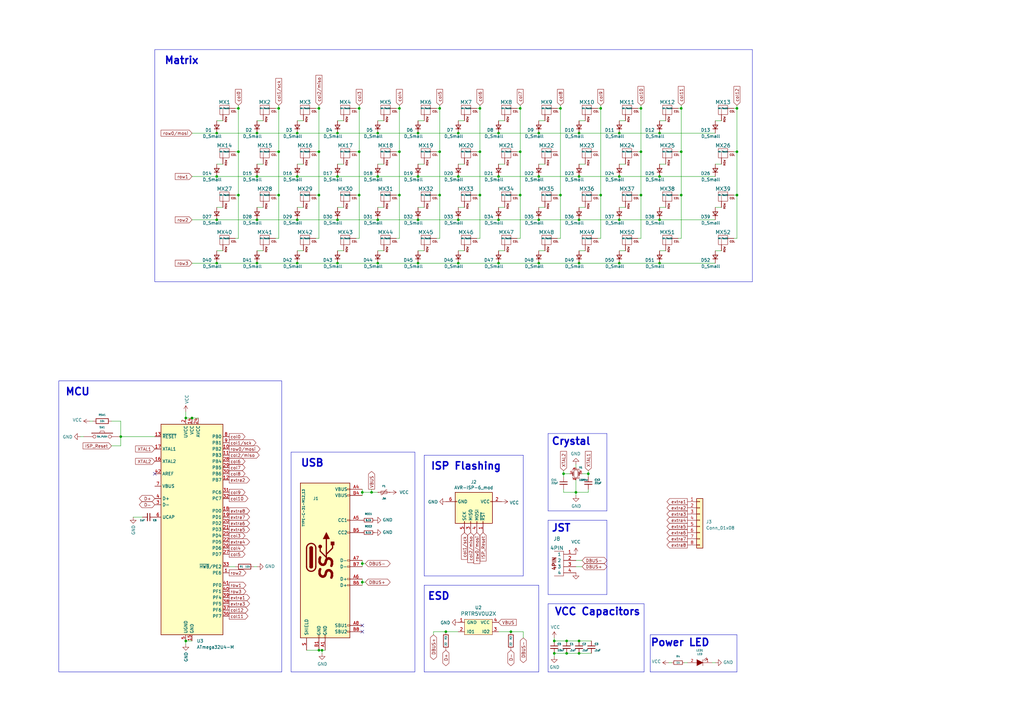
<source format=kicad_sch>
(kicad_sch (version 20230121) (generator eeschema)
  (paper "A3")
  (junction (at 49.53 179.07))
  (junction (at 270.51 107.95))
  (junction (at 163.83 62.23))
  (junction (at 76.2 262.89))
  (junction (at 152.4 201.93))
  (junction (at 105.41 90.17))
  (junction (at 114.3 80.01))
  (junction (at 138.43 72.39))
  (junction (at 220.98 90.17))
  (junction (at 171.45 107.95))
  (junction (at 88.9 90.17))
  (junction (at 204.47 72.39))
  (junction (at 105.41 54.61))
  (junction (at 97.79 62.23))
  (junction (at 213.36 44.45))
  (junction (at 204.47 54.61))
  (junction (at 229.87 80.01))
  (junction (at 88.9 54.61))
  (junction (at 76.2 171.45))
  (junction (at 229.87 44.45))
  (junction (at 132.08 266.7))
  (junction (at 88.9 107.95))
  (junction (at 232.41 262.89))
  (junction (at 154.94 107.95))
  (junction (at 254 72.39))
  (junction (at 105.41 72.39))
  (junction (at 270.51 54.61))
  (junction (at 209.55 259.08))
  (junction (at 180.34 62.23))
  (junction (at 237.49 107.95))
  (junction (at 254 107.95))
  (junction (at 246.38 44.45))
  (junction (at 204.47 90.17))
  (junction (at 163.83 44.45))
  (junction (at 237.49 267.97))
  (junction (at 213.36 62.23))
  (junction (at 114.3 44.45))
  (junction (at 231.14 194.31))
  (junction (at 270.51 72.39))
  (junction (at 78.74 171.45))
  (junction (at 213.36 80.01))
  (junction (at 171.45 90.17))
  (junction (at 130.81 62.23))
  (junction (at 171.45 72.39))
  (junction (at 262.89 44.45))
  (junction (at 154.94 54.61))
  (junction (at 254 54.61))
  (junction (at 121.92 72.39))
  (junction (at 130.81 266.7))
  (junction (at 138.43 54.61))
  (junction (at 254 90.17))
  (junction (at 196.85 44.45))
  (junction (at 130.81 44.45))
  (junction (at 154.94 90.17))
  (junction (at 121.92 107.95))
  (junction (at 121.92 54.61))
  (junction (at 187.96 72.39))
  (junction (at 220.98 107.95))
  (junction (at 279.4 62.23))
  (junction (at 105.41 107.95))
  (junction (at 121.92 90.17))
  (junction (at 196.85 62.23))
  (junction (at 187.96 90.17))
  (junction (at 262.89 80.01))
  (junction (at 279.4 80.01))
  (junction (at 148.59 231.14))
  (junction (at 187.96 107.95))
  (junction (at 182.88 259.08))
  (junction (at 237.49 262.89))
  (junction (at 241.3 194.31))
  (junction (at 227.33 262.89))
  (junction (at 302.26 62.23))
  (junction (at 236.22 201.93))
  (junction (at 88.9 72.39))
  (junction (at 232.41 267.97))
  (junction (at 180.34 80.01))
  (junction (at 196.85 80.01))
  (junction (at 154.94 72.39))
  (junction (at 279.4 44.45))
  (junction (at 246.38 80.01))
  (junction (at 302.26 80.01))
  (junction (at 138.43 107.95))
  (junction (at 237.49 90.17))
  (junction (at 262.89 62.23))
  (junction (at 180.34 44.45))
  (junction (at 97.79 80.01))
  (junction (at 114.3 62.23))
  (junction (at 237.49 54.61))
  (junction (at 227.33 267.97))
  (junction (at 187.96 54.61))
  (junction (at 148.59 201.93))
  (junction (at 171.45 54.61))
  (junction (at 220.98 54.61))
  (junction (at 220.98 72.39))
  (junction (at 147.32 80.01))
  (junction (at 204.47 107.95))
  (junction (at 270.51 90.17))
  (junction (at 97.79 44.45))
  (junction (at 148.59 238.76))
  (junction (at 130.81 80.01))
  (junction (at 302.26 44.45))
  (junction (at 237.49 72.39))
  (junction (at 147.32 62.23))
  (junction (at 147.32 44.45))
  (junction (at 163.83 80.01))
  (junction (at 138.43 90.17))
  (no_connect (at 63.5 194.31))
  (no_connect (at 148.59 256.54))
  (no_connect (at 148.59 259.08))
  (polyline (pts (xy 173.99 275.59) (xy 173.99 240.03)))
  (wire (pts (xy 34.29 179.07) (xy 33.02 179.07)))
  (wire (pts (xy 138.43 107.95) (xy 154.94 107.95)))
  (wire (pts (xy 171.45 49.53) (xy 173.99 49.53)))
  (wire (pts (xy 148.59 201.93) (xy 148.59 203.2)))
  (wire (pts (xy 97.79 44.45) (xy 97.79 62.23)))
  (wire (pts (xy 302.26 80.01) (xy 302.26 97.79)))
  (wire (pts (xy 138.43 102.87) (xy 140.97 102.87)))
  (wire (pts (xy 254 90.17) (xy 270.51 90.17)))
  (wire (pts (xy 171.45 67.31) (xy 173.99 67.31)))
  (wire (pts (xy 49.53 182.88) (xy 45.72 182.88)))
  (wire (pts (xy 212.09 44.45) (xy 213.36 44.45)))
  (wire (pts (xy 76.2 262.89) (xy 78.74 262.89)))
  (wire (pts (xy 130.81 44.45) (xy 130.81 62.23)))
  (wire (pts (xy 130.81 43.18) (xy 130.81 44.45)))
  (wire (pts (xy 262.89 97.79) (xy 261.62 97.79)))
  (wire (pts (xy 220.98 49.53) (xy 223.52 49.53)))
  (polyline (pts (xy 224.79 209.55) (xy 248.92 209.55)))
  (wire (pts (xy 214.63 259.08) (xy 214.63 261.62)))
  (wire (pts (xy 195.58 44.45) (xy 196.85 44.45)))
  (wire (pts (xy 278.13 80.01) (xy 279.4 80.01)))
  (wire (pts (xy 130.81 80.01) (xy 130.81 97.79)))
  (wire (pts (xy 152.4 201.93) (xy 154.94 201.93)))
  (wire (pts (xy 105.41 67.31) (xy 107.95 67.31)))
  (wire (pts (xy 293.37 67.31) (xy 295.91 67.31)))
  (wire (pts (xy 138.43 54.61) (xy 154.94 54.61)))
  (wire (pts (xy 132.08 266.7) (xy 132.08 267.97)))
  (wire (pts (xy 237.49 49.53) (xy 240.03 49.53)))
  (wire (pts (xy 270.51 85.09) (xy 273.05 85.09)))
  (wire (pts (xy 227.33 267.97) (xy 227.33 269.24)))
  (wire (pts (xy 97.79 62.23) (xy 97.79 80.01)))
  (wire (pts (xy 182.88 259.08) (xy 177.8 259.08)))
  (wire (pts (xy 292.1 271.78) (xy 293.37 271.78)))
  (polyline (pts (xy 224.79 213.36) (xy 248.92 213.36)))
  (polyline (pts (xy 224.79 275.59) (xy 264.16 275.59)))
  (wire (pts (xy 204.47 67.31) (xy 207.01 67.31)))
  (wire (pts (xy 187.96 72.39) (xy 204.47 72.39)))
  (wire (pts (xy 113.03 44.45) (xy 114.3 44.45)))
  (wire (pts (xy 154.94 107.95) (xy 171.45 107.95)))
  (wire (pts (xy 113.03 62.23) (xy 114.3 62.23)))
  (wire (pts (xy 78.74 90.17) (xy 88.9 90.17)))
  (wire (pts (xy 138.43 85.09) (xy 140.97 85.09)))
  (wire (pts (xy 254 67.31) (xy 256.54 67.31)))
  (wire (pts (xy 204.47 259.08) (xy 209.55 259.08)))
  (wire (pts (xy 196.85 62.23) (xy 196.85 80.01)))
  (polyline (pts (xy 224.79 243.84) (xy 248.92 243.84)))
  (wire (pts (xy 302.26 44.45) (xy 302.26 62.23)))
  (wire (pts (xy 236.22 229.87) (xy 238.76 229.87)))
  (wire (pts (xy 187.96 54.61) (xy 204.47 54.61)))
  (wire (pts (xy 229.87 97.79) (xy 228.6 97.79)))
  (wire (pts (xy 177.8 259.08) (xy 177.8 260.35)))
  (wire (pts (xy 204.47 54.61) (xy 220.98 54.61)))
  (wire (pts (xy 279.4 43.18) (xy 279.4 44.45)))
  (wire (pts (xy 236.22 201.93) (xy 241.3 201.93)))
  (polyline (pts (xy 302.26 275.59) (xy 266.7 275.59)))
  (wire (pts (xy 121.92 90.17) (xy 138.43 90.17)))
  (polyline (pts (xy 224.79 177.8) (xy 224.79 209.55)))
  (wire (pts (xy 147.32 80.01) (xy 147.32 97.79)))
  (wire (pts (xy 229.87 43.18) (xy 229.87 44.45)))
  (wire (pts (xy 236.22 196.85) (xy 236.22 201.93)))
  (wire (pts (xy 121.92 54.61) (xy 138.43 54.61)))
  (wire (pts (xy 147.32 43.18) (xy 147.32 44.45)))
  (wire (pts (xy 204.47 107.95) (xy 220.98 107.95)))
  (wire (pts (xy 113.03 80.01) (xy 114.3 80.01)))
  (wire (pts (xy 148.59 231.14) (xy 148.59 232.41)))
  (wire (pts (xy 130.81 62.23) (xy 130.81 80.01)))
  (polyline (pts (xy 214.63 236.22) (xy 173.99 236.22)))
  (wire (pts (xy 171.45 102.87) (xy 173.99 102.87)))
  (wire (pts (xy 236.22 201.93) (xy 236.22 203.2)))
  (wire (pts (xy 204.47 102.87) (xy 207.01 102.87)))
  (wire (pts (xy 154.94 72.39) (xy 171.45 72.39)))
  (wire (pts (xy 163.83 97.79) (xy 162.56 97.79)))
  (wire (pts (xy 78.74 107.95) (xy 88.9 107.95)))
  (wire (pts (xy 78.74 54.61) (xy 88.9 54.61)))
  (wire (pts (xy 149.86 238.76) (xy 148.59 238.76)))
  (wire (pts (xy 262.89 80.01) (xy 262.89 97.79)))
  (wire (pts (xy 229.87 80.01) (xy 229.87 97.79)))
  (wire (pts (xy 279.4 62.23) (xy 279.4 80.01)))
  (wire (pts (xy 229.87 44.45) (xy 229.87 80.01)))
  (wire (pts (xy 220.98 102.87) (xy 223.52 102.87)))
  (wire (pts (xy 171.45 107.95) (xy 187.96 107.95)))
  (wire (pts (xy 232.41 267.97) (xy 227.33 267.97)))
  (wire (pts (xy 270.51 72.39) (xy 293.37 72.39)))
  (wire (pts (xy 237.49 90.17) (xy 254 90.17)))
  (wire (pts (xy 88.9 107.95) (xy 105.41 107.95)))
  (wire (pts (xy 146.05 44.45) (xy 147.32 44.45)))
  (wire (pts (xy 196.85 97.79) (xy 195.58 97.79)))
  (wire (pts (xy 121.92 49.53) (xy 124.46 49.53)))
  (wire (pts (xy 204.47 90.17) (xy 220.98 90.17)))
  (wire (pts (xy 138.43 72.39) (xy 154.94 72.39)))
  (wire (pts (xy 138.43 49.53) (xy 140.97 49.53)))
  (wire (pts (xy 180.34 43.18) (xy 180.34 44.45)))
  (wire (pts (xy 114.3 80.01) (xy 114.3 97.79)))
  (polyline (pts (xy 173.99 236.22) (xy 173.99 186.69)))
  (wire (pts (xy 171.45 85.09) (xy 173.99 85.09)))
  (wire (pts (xy 300.99 44.45) (xy 302.26 44.45)))
  (wire (pts (xy 245.11 80.01) (xy 246.38 80.01)))
  (wire (pts (xy 97.79 80.01) (xy 97.79 97.79)))
  (wire (pts (xy 245.11 44.45) (xy 246.38 44.45)))
  (wire (pts (xy 114.3 44.45) (xy 114.3 62.23)))
  (wire (pts (xy 228.6 80.01) (xy 229.87 80.01)))
  (wire (pts (xy 88.9 54.61) (xy 105.41 54.61)))
  (wire (pts (xy 228.6 44.45) (xy 229.87 44.45)))
  (wire (pts (xy 130.81 266.7) (xy 132.08 266.7)))
  (wire (pts (xy 254 107.95) (xy 270.51 107.95)))
  (wire (pts (xy 105.41 85.09) (xy 107.95 85.09)))
  (wire (pts (xy 237.49 107.95) (xy 254 107.95)))
  (wire (pts (xy 261.62 44.45) (xy 262.89 44.45)))
  (wire (pts (xy 279.4 44.45) (xy 279.4 62.23)))
  (wire (pts (xy 187.96 259.08) (xy 182.88 259.08)))
  (wire (pts (xy 262.89 62.23) (xy 262.89 80.01)))
  (wire (pts (xy 227.33 261.62) (xy 227.33 262.89)))
  (wire (pts (xy 246.38 97.79) (xy 245.11 97.79)))
  (wire (pts (xy 114.3 62.23) (xy 114.3 80.01)))
  (wire (pts (xy 154.94 49.53) (xy 157.48 49.53)))
  (wire (pts (xy 232.41 262.89) (xy 227.33 262.89)))
  (wire (pts (xy 105.41 72.39) (xy 121.92 72.39)))
  (wire (pts (xy 254 102.87) (xy 256.54 102.87)))
  (wire (pts (xy 213.36 43.18) (xy 213.36 44.45)))
  (wire (pts (xy 154.94 54.61) (xy 171.45 54.61)))
  (wire (pts (xy 88.9 67.31) (xy 91.44 67.31)))
  (wire (pts (xy 242.57 262.89) (xy 237.49 262.89)))
  (wire (pts (xy 97.79 97.79) (xy 96.52 97.79)))
  (wire (pts (xy 162.56 62.23) (xy 163.83 62.23)))
  (wire (pts (xy 237.49 72.39) (xy 254 72.39)))
  (wire (pts (xy 171.45 72.39) (xy 187.96 72.39)))
  (wire (pts (xy 49.53 172.72) (xy 49.53 179.07)))
  (wire (pts (xy 147.32 97.79) (xy 146.05 97.79)))
  (wire (pts (xy 148.59 200.66) (xy 148.59 201.93)))
  (wire (pts (xy 149.86 231.14) (xy 148.59 231.14)))
  (wire (pts (xy 196.85 43.18) (xy 196.85 44.45)))
  (polyline (pts (xy 214.63 186.69) (xy 214.63 236.22)))
  (wire (pts (xy 180.34 62.23) (xy 180.34 80.01)))
  (wire (pts (xy 93.98 232.41) (xy 96.52 232.41)))
  (wire (pts (xy 138.43 67.31) (xy 140.97 67.31)))
  (wire (pts (xy 220.98 107.95) (xy 237.49 107.95)))
  (wire (pts (xy 49.53 179.07) (xy 63.5 179.07)))
  (wire (pts (xy 49.53 179.07) (xy 49.53 182.88)))
  (wire (pts (xy 241.3 194.31) (xy 241.3 193.04)))
  (wire (pts (xy 274.32 271.78) (xy 275.59 271.78)))
  (wire (pts (xy 236.22 190.5) (xy 236.22 191.77)))
  (wire (pts (xy 302.26 62.23) (xy 302.26 80.01)))
  (polyline (pts (xy 248.92 213.36) (xy 248.92 243.84)))
  (wire (pts (xy 187.96 85.09) (xy 190.5 85.09)))
  (wire (pts (xy 231.14 200.66) (xy 231.14 201.93)))
  (wire (pts (xy 180.34 97.79) (xy 179.07 97.79)))
  (polyline (pts (xy 220.98 240.03) (xy 220.98 275.59)))
  (wire (pts (xy 171.45 90.17) (xy 187.96 90.17)))
  (wire (pts (xy 105.41 49.53) (xy 107.95 49.53)))
  (wire (pts (xy 171.45 54.61) (xy 187.96 54.61)))
  (wire (pts (xy 121.92 102.87) (xy 124.46 102.87)))
  (wire (pts (xy 231.14 194.31) (xy 231.14 195.58)))
  (wire (pts (xy 300.99 62.23) (xy 302.26 62.23)))
  (wire (pts (xy 154.94 90.17) (xy 171.45 90.17)))
  (wire (pts (xy 148.59 201.93) (xy 152.4 201.93)))
  (wire (pts (xy 154.94 102.87) (xy 157.48 102.87)))
  (wire (pts (xy 88.9 49.53) (xy 91.44 49.53)))
  (wire (pts (xy 220.98 72.39) (xy 237.49 72.39)))
  (wire (pts (xy 254 54.61) (xy 270.51 54.61)))
  (wire (pts (xy 162.56 44.45) (xy 163.83 44.45)))
  (wire (pts (xy 125.73 266.7) (xy 130.81 266.7)))
  (wire (pts (xy 130.81 97.79) (xy 129.54 97.79)))
  (wire (pts (xy 213.36 80.01) (xy 213.36 97.79)))
  (wire (pts (xy 105.41 90.17) (xy 121.92 90.17)))
  (wire (pts (xy 187.96 49.53) (xy 190.5 49.53)))
  (wire (pts (xy 270.51 49.53) (xy 273.05 49.53)))
  (polyline (pts (xy 266.7 275.59) (xy 266.7 260.35)))
  (wire (pts (xy 146.05 80.01) (xy 147.32 80.01)))
  (wire (pts (xy 96.52 80.01) (xy 97.79 80.01)))
  (wire (pts (xy 179.07 44.45) (xy 180.34 44.45)))
  (wire (pts (xy 254 85.09) (xy 256.54 85.09)))
  (wire (pts (xy 279.4 97.79) (xy 278.13 97.79)))
  (wire (pts (xy 114.3 97.79) (xy 113.03 97.79)))
  (wire (pts (xy 293.37 102.87) (xy 295.91 102.87)))
  (wire (pts (xy 262.89 43.18) (xy 262.89 44.45)))
  (wire (pts (xy 204.47 72.39) (xy 220.98 72.39)))
  (wire (pts (xy 121.92 107.95) (xy 138.43 107.95)))
  (wire (pts (xy 237.49 67.31) (xy 240.03 67.31)))
  (wire (pts (xy 237.49 262.89) (xy 232.41 262.89)))
  (wire (pts (xy 76.2 262.89) (xy 76.2 264.16)))
  (wire (pts (xy 129.54 44.45) (xy 130.81 44.45)))
  (wire (pts (xy 270.51 67.31) (xy 273.05 67.31)))
  (wire (pts (xy 54.61 212.09) (xy 58.42 212.09)))
  (wire (pts (xy 212.09 62.23) (xy 213.36 62.23)))
  (wire (pts (xy 76.2 168.91) (xy 76.2 171.45)))
  (wire (pts (xy 213.36 62.23) (xy 213.36 80.01)))
  (wire (pts (xy 187.96 67.31) (xy 190.5 67.31)))
  (wire (pts (xy 195.58 80.01) (xy 196.85 80.01)))
  (wire (pts (xy 279.4 80.01) (xy 279.4 97.79)))
  (polyline (pts (xy 224.79 247.65) (xy 224.79 275.59)))
  (wire (pts (xy 129.54 80.01) (xy 130.81 80.01)))
  (wire (pts (xy 220.98 90.17) (xy 237.49 90.17)))
  (wire (pts (xy 241.3 201.93) (xy 241.3 200.66)))
  (wire (pts (xy 76.2 171.45) (xy 78.74 171.45)))
  (wire (pts (xy 187.96 107.95) (xy 204.47 107.95)))
  (wire (pts (xy 270.51 107.95) (xy 293.37 107.95)))
  (wire (pts (xy 179.07 80.01) (xy 180.34 80.01)))
  (wire (pts (xy 270.51 54.61) (xy 293.37 54.61)))
  (wire (pts (xy 300.99 80.01) (xy 302.26 80.01)))
  (wire (pts (xy 187.96 90.17) (xy 204.47 90.17)))
  (wire (pts (xy 148.59 238.76) (xy 148.59 240.03)))
  (wire (pts (xy 254 49.53) (xy 256.54 49.53)))
  (wire (pts (xy 237.49 54.61) (xy 254 54.61)))
  (wire (pts (xy 88.9 90.17) (xy 105.41 90.17)))
  (polyline (pts (xy 173.99 240.03) (xy 220.98 240.03)))
  (wire (pts (xy 241.3 194.31) (xy 241.3 195.58)))
  (wire (pts (xy 220.98 85.09) (xy 223.52 85.09)))
  (wire (pts (xy 254 72.39) (xy 270.51 72.39)))
  (wire (pts (xy 138.43 90.17) (xy 154.94 90.17)))
  (wire (pts (xy 38.1 172.72) (xy 36.83 172.72)))
  (wire (pts (xy 163.83 43.18) (xy 163.83 44.45)))
  (wire (pts (xy 270.51 102.87) (xy 273.05 102.87)))
  (wire (pts (xy 233.68 194.31) (xy 231.14 194.31)))
  (wire (pts (xy 146.05 62.23) (xy 147.32 62.23)))
  (wire (pts (xy 104.14 232.41) (xy 105.41 232.41)))
  (wire (pts (xy 129.54 62.23) (xy 130.81 62.23)))
  (wire (pts (xy 121.92 67.31) (xy 124.46 67.31)))
  (wire (pts (xy 237.49 267.97) (xy 232.41 267.97)))
  (wire (pts (xy 147.32 62.23) (xy 147.32 80.01)))
  (wire (pts (xy 237.49 85.09) (xy 240.03 85.09)))
  (wire (pts (xy 293.37 49.53) (xy 295.91 49.53)))
  (wire (pts (xy 246.38 43.18) (xy 246.38 44.45)))
  (wire (pts (xy 209.55 259.08) (xy 214.63 259.08)))
  (wire (pts (xy 242.57 267.97) (xy 237.49 267.97)))
  (polyline (pts (xy 173.99 275.59) (xy 220.98 275.59)))
  (wire (pts (xy 270.51 90.17) (xy 293.37 90.17)))
  (wire (pts (xy 162.56 80.01) (xy 163.83 80.01)))
  (wire (pts (xy 132.08 266.7) (xy 133.35 266.7)))
  (wire (pts (xy 88.9 85.09) (xy 91.44 85.09)))
  (wire (pts (xy 237.49 102.87) (xy 240.03 102.87)))
  (wire (pts (xy 280.67 271.78) (xy 281.94 271.78)))
  (wire (pts (xy 78.74 171.45) (xy 81.28 171.45)))
  (wire (pts (xy 114.3 43.18) (xy 114.3 44.45)))
  (polyline (pts (xy 173.99 186.69) (xy 214.63 186.69)))
  (wire (pts (xy 105.41 107.95) (xy 121.92 107.95)))
  (wire (pts (xy 278.13 44.45) (xy 279.4 44.45)))
  (wire (pts (xy 154.94 67.31) (xy 157.48 67.31)))
  (wire (pts (xy 154.94 85.09) (xy 157.48 85.09)))
  (wire (pts (xy 246.38 80.01) (xy 246.38 97.79)))
  (wire (pts (xy 204.47 49.53) (xy 207.01 49.53)))
  (wire (pts (xy 262.89 44.45) (xy 262.89 62.23)))
  (wire (pts (xy 105.41 102.87) (xy 107.95 102.87)))
  (wire (pts (xy 238.76 194.31) (xy 241.3 194.31)))
  (polyline (pts (xy 224.79 177.8) (xy 248.92 177.8)))
  (wire (pts (xy 88.9 102.87) (xy 91.44 102.87)))
  (wire (pts (xy 246.38 44.45) (xy 246.38 80.01)))
  (wire (pts (xy 204.47 85.09) (xy 207.01 85.09)))
  (wire (pts (xy 231.14 194.31) (xy 231.14 193.04)))
  (wire (pts (xy 231.14 201.93) (xy 236.22 201.93)))
  (wire (pts (xy 220.98 67.31) (xy 223.52 67.31)))
  (wire (pts (xy 105.41 54.61) (xy 121.92 54.61)))
  (wire (pts (xy 300.99 97.79) (xy 302.26 97.79)))
  (wire (pts (xy 163.83 44.45) (xy 163.83 62.23)))
  (wire (pts (xy 148.59 229.87) (xy 148.59 231.14)))
  (polyline (pts (xy 264.16 247.65) (xy 224.79 247.65)))
  (wire (pts (xy 163.83 62.23) (xy 163.83 80.01)))
  (wire (pts (xy 147.32 44.45) (xy 147.32 62.23)))
  (wire (pts (xy 196.85 44.45) (xy 196.85 62.23)))
  (wire (pts (xy 195.58 62.23) (xy 196.85 62.23)))
  (wire (pts (xy 97.79 43.18) (xy 97.79 44.45)))
  (wire (pts (xy 45.72 172.72) (xy 49.53 172.72)))
  (wire (pts (xy 293.37 85.09) (xy 295.91 85.09)))
  (wire (pts (xy 261.62 80.01) (xy 262.89 80.01)))
  (wire (pts (xy 96.52 62.23) (xy 97.79 62.23)))
  (wire (pts (xy 213.36 97.79) (xy 212.09 97.79)))
  (wire (pts (xy 121.92 72.39) (xy 138.43 72.39)))
  (wire (pts (xy 302.26 43.18) (xy 302.26 44.45)))
  (wire (pts (xy 180.34 44.45) (xy 180.34 62.23)))
  (wire (pts (xy 213.36 44.45) (xy 213.36 62.23)))
  (wire (pts (xy 196.85 80.01) (xy 196.85 97.79)))
  (polyline (pts (xy 224.79 243.84) (xy 224.79 213.36)))
  (polyline (pts (xy 266.7 260.35) (xy 302.26 260.35)))
  (wire (pts (xy 278.13 62.23) (xy 279.4 62.23)))
  (wire (pts (xy 78.74 72.39) (xy 88.9 72.39)))
  (wire (pts (xy 152.4 200.66) (xy 152.4 201.93)))
  (wire (pts (xy 220.98 54.61) (xy 237.49 54.61)))
  (wire (pts (xy 148.59 237.49) (xy 148.59 238.76)))
  (wire (pts (xy 180.34 80.01) (xy 180.34 97.79)))
  (wire (pts (xy 163.83 80.01) (xy 163.83 97.79)))
  (wire (pts (xy 261.62 62.23) (xy 262.89 62.23)))
  (polyline (pts (xy 248.92 209.55) (xy 248.92 177.8)))
  (wire (pts (xy 236.22 232.41) (xy 238.76 232.41)))
  (wire (pts (xy 88.9 72.39) (xy 105.41 72.39)))
  (polyline (pts (xy 264.16 275.59) (xy 264.16 247.65)))
  (polyline (pts (xy 302.26 260.35) (xy 302.26 275.59)))
  (wire (pts (xy 96.52 44.45) (xy 97.79 44.45)))
  (wire (pts (xy 187.96 102.87) (xy 190.5 102.87)))
  (wire (pts (xy 179.07 62.23) (xy 180.34 62.23)))
  (wire (pts (xy 121.92 85.09) (xy 124.46 85.09)))
  (wire (pts (xy 212.09 80.01) (xy 213.36 80.01)))
  (rectangle (start 24.13 156.21) (end 115.57 275.59))
  (rectangle (start 119.38 185.42) (end 170.18 275.59))
  (rectangle (start 63.5 20.32) (end 308.61 115.57))
  (text "ESD" (at 175.26 246.38 0) (effects (font (size 3 3) (thickness 0.6) bold) (justify left bottom)))
  (text "Matrix" (at 67.31 26.67 0) (effects (font (size 3 3) (thickness 0.6) bold) (justify left bottom)))
  (text "Crystal" (at 226.06 182.88 0) (effects (font (size 3 3) (thickness 0.6) bold) (justify left bottom)))
  (text "Power LED" (at 266.7 265.43 0) (effects (font (size 3 3) (thickness 0.6) bold) (justify left bottom)))
  (text "VCC Capacitors" (at 227.33 252.73 0) (effects (font (size 3 3) (thickness 0.6) bold) (justify left bottom)))
  (text "MCU" (at 26.67 162.56 0) (effects (font (size 3 3) (thickness 0.6) bold) (justify left bottom)))
  (text "USB" (at 123.19 191.77 0) (effects (font (size 3 3) (thickness 0.6) bold) (justify left bottom)))
  (text "JST" (at 226.06 218.44 0) (effects (font (size 3 3) (thickness 0.6) bold) (justify left bottom)))
  (text "ISP Flashing" (at 176.53 193.04 0) (effects (font (size 3 3) (thickness 0.6) bold) (justify left bottom)))
  (global_label "VBUS" (shape input) (at 204.47 255.27 0) (property "Intersheetrefs" "${INTERSHEET_REFS}" (effects hide)))
  (global_label "col8" (shape input) (at 229.87 43.18 90) (property "Intersheetrefs" "${INTERSHEET_REFS}" (effects hide)))
  (global_label "col2{slash}miso" (shape input) (at 193.04 218.44 270) (property "Intersheetrefs" "${INTERSHEET_REFS}" (effects hide)))
  (global_label "col4" (shape input) (at 163.83 43.18 90) (property "Intersheetrefs" "${INTERSHEET_REFS}" (effects hide)))
  (global_label "col7" (shape output) (at 93.98 191.77 0) (property "Intersheetrefs" "${INTERSHEET_REFS}" (effects hide)))
  (global_label "row2" (shape input) (at 78.74 90.17 180) (property "Intersheetrefs" "${INTERSHEET_REFS}" (effects hide)))
  (global_label "col0" (shape output) (at 93.98 179.07 0) (property "Intersheetrefs" "${INTERSHEET_REFS}" (effects hide)))
  (global_label "col2{slash}miso" (shape input) (at 130.81 43.18 90) (property "Intersheetrefs" "${INTERSHEET_REFS}" (effects hide)))
  (global_label "XTAL1" (shape input) (at 241.3 193.04 90) (property "Intersheetrefs" "${INTERSHEET_REFS}" (effects hide)))
  (global_label "D+" (shape bidirectional) (at 63.5 204.47 180) (property "Intersheetrefs" "${INTERSHEET_REFS}" (effects hide)))
  (global_label "extra4" (shape output) (at 93.98 222.25 0) (property "Intersheetrefs" "${INTERSHEET_REFS}" (effects hide)))
  (global_label "row0{slash}mosi" (shape output) (at 93.98 184.15 0) (property "Intersheetrefs" "${INTERSHEET_REFS}" (effects hide)))
  (global_label "VBUS" (shape output) (at 152.4 200.66 90) (property "Intersheetrefs" "${INTERSHEET_REFS}" (effects hide)))
  (global_label "col4" (shape output) (at 93.98 224.79 0) (property "Intersheetrefs" "${INTERSHEET_REFS}" (effects hide)))
  (global_label "row3" (shape input) (at 78.74 107.95 180) (property "Intersheetrefs" "${INTERSHEET_REFS}" (effects hide)))
  (global_label "col3" (shape input) (at 147.32 43.18 90) (property "Intersheetrefs" "${INTERSHEET_REFS}" (effects hide)))
  (global_label "extra3" (shape output) (at 93.98 247.65 0) (property "Intersheetrefs" "${INTERSHEET_REFS}" (effects hide)))
  (global_label "D+" (shape bidirectional) (at 182.88 266.7 270) (property "Intersheetrefs" "${INTERSHEET_REFS}" (effects hide)))
  (global_label "extra2" (shape output) (at 93.98 196.85 0) (property "Intersheetrefs" "${INTERSHEET_REFS}" (effects hide)))
  (global_label "D-" (shape bidirectional) (at 63.5 207.01 180) (property "Intersheetrefs" "${INTERSHEET_REFS}" (effects hide)))
  (global_label "col12" (shape output) (at 93.98 250.19 0) (property "Intersheetrefs" "${INTERSHEET_REFS}" (effects hide)))
  (global_label "col7" (shape input) (at 213.36 43.18 90) (property "Intersheetrefs" "${INTERSHEET_REFS}" (effects hide)))
  (global_label "col5" (shape input) (at 180.34 43.18 90) (property "Intersheetrefs" "${INTERSHEET_REFS}" (effects hide)))
  (global_label "col9" (shape input) (at 246.38 43.18 90) (property "Intersheetrefs" "${INTERSHEET_REFS}" (effects hide)))
  (global_label "DBUS-" (shape bidirectional) (at 214.63 261.62 270) (property "Intersheetrefs" "${INTERSHEET_REFS}" (effects hide)))
  (global_label "col2{slash}miso" (shape output) (at 93.98 186.69 0) (property "Intersheetrefs" "${INTERSHEET_REFS}" (effects hide)))
  (global_label "col6" (shape input) (at 196.85 43.18 90) (property "Intersheetrefs" "${INTERSHEET_REFS}" (effects hide)))
  (global_label "row1" (shape output) (at 93.98 240.03 0) (property "Intersheetrefs" "${INTERSHEET_REFS}" (effects hide)))
  (global_label "col9" (shape output) (at 93.98 201.93 0) (property "Intersheetrefs" "${INTERSHEET_REFS}" (effects hide)))
  (global_label "D-" (shape bidirectional) (at 209.55 266.7 270) (property "Intersheetrefs" "${INTERSHEET_REFS}" (effects hide)))
  (global_label "row0{slash}mosi" (shape input) (at 195.58 218.44 270) (property "Intersheetrefs" "${INTERSHEET_REFS}" (effects hide)))
  (global_label "col10" (shape output) (at 93.98 204.47 0) (property "Intersheetrefs" "${INTERSHEET_REFS}" (effects hide)))
  (global_label "row2" (shape output) (at 93.98 234.95 0) (property "Intersheetrefs" "${INTERSHEET_REFS}" (effects hide)))
  (global_label "col8" (shape output) (at 93.98 194.31 0) (property "Intersheetrefs" "${INTERSHEET_REFS}" (effects hide)))
  (global_label "DBUS+" (shape bidirectional) (at 149.86 238.76 0) (property "Intersheetrefs" "${INTERSHEET_REFS}" (effects hide)))
  (global_label "ISP_Reset" (shape input) (at 198.12 218.44 270) (property "Intersheetrefs" "${INTERSHEET_REFS}" (effects hide)))
  (global_label "extra8" (shape output) (at 281.94 223.52 180) (property "Intersheetrefs" "${INTERSHEET_REFS}" (effects hide)))
  (global_label "XTAL2" (shape input) (at 231.14 193.04 90) (property "Intersheetrefs" "${INTERSHEET_REFS}" (effects hide)))
  (global_label "XTAL1" (shape input) (at 63.5 184.15 180) (property "Intersheetrefs" "${INTERSHEET_REFS}" (effects hide)))
  (global_label "extra3" (shape output) (at 281.94 210.82 180) (property "Intersheetrefs" "${INTERSHEET_REFS}" (effects hide)))
  (global_label "extra4" (shape output) (at 281.94 213.36 180) (property "Intersheetrefs" "${INTERSHEET_REFS}" (effects hide)))
  (global_label "extra7" (shape output) (at 281.94 220.98 180) (property "Intersheetrefs" "${INTERSHEET_REFS}" (effects hide)))
  (global_label "extra6" (shape output) (at 281.94 218.44 180) (property "Intersheetrefs" "${INTERSHEET_REFS}" (effects hide)))
  (global_label "col1{slash}sck" (shape input) (at 190.5 218.44 270) (property "Intersheetrefs" "${INTERSHEET_REFS}" (effects hide)))
  (global_label "extra8" (shape output) (at 93.98 209.55 0) (property "Intersheetrefs" "${INTERSHEET_REFS}" (effects hide)))
  (global_label "row0{slash}mosi" (shape input) (at 78.74 54.61 180) (property "Intersheetrefs" "${INTERSHEET_REFS}" (effects hide)))
  (global_label "extra7" (shape output) (at 93.98 212.09 0) (property "Intersheetrefs" "${INTERSHEET_REFS}" (effects hide)))
  (global_label "col11" (shape output) (at 93.98 252.73 0) (property "Intersheetrefs" "${INTERSHEET_REFS}" (effects hide)))
  (global_label "ISP_Reset" (shape input) (at 45.72 182.88 180) (property "Intersheetrefs" "${INTERSHEET_REFS}" (effects hide)))
  (global_label "col10" (shape input) (at 262.89 43.18 90) (property "Intersheetrefs" "${INTERSHEET_REFS}" (effects hide)))
  (global_label "col5" (shape output) (at 93.98 227.33 0) (property "Intersheetrefs" "${INTERSHEET_REFS}" (effects hide)))
  (global_label "col12" (shape input) (at 302.26 43.18 90) (property "Intersheetrefs" "${INTERSHEET_REFS}" (effects hide)))
  (global_label "extra5" (shape output) (at 281.94 215.9 180) (property "Intersheetrefs" "${INTERSHEET_REFS}" (effects hide)))
  (global_label "col3" (shape output) (at 93.98 219.71 0) (property "Intersheetrefs" "${INTERSHEET_REFS}" (effects hide)))
  (global_label "col0" (shape input) (at 97.79 43.18 90) (property "Intersheetrefs" "${INTERSHEET_REFS}" (effects hide)))
  (global_label "XTAL2" (shape input) (at 63.5 189.23 180) (property "Intersheetrefs" "${INTERSHEET_REFS}" (effects hide)))
  (global_label "row1" (shape input) (at 78.74 72.39 180) (property "Intersheetrefs" "${INTERSHEET_REFS}" (effects hide)))
  (global_label "col11" (shape input) (at 279.4 43.18 90) (property "Intersheetrefs" "${INTERSHEET_REFS}" (effects hide)))
  (global_label "DBUS+" (shape bidirectional) (at 238.76 232.41 0) (property "Intersheetrefs" "${INTERSHEET_REFS}" (effects hide)))
  (global_label "col6" (shape output) (at 93.98 189.23 0) (property "Intersheetrefs" "${INTERSHEET_REFS}" (effects hide)))
  (global_label "extra1" (shape output) (at 93.98 245.11 0) (property "Intersheetrefs" "${INTERSHEET_REFS}" (effects hide)))
  (global_label "extra1" (shape output) (at 281.94 205.74 180) (property "Intersheetrefs" "${INTERSHEET_REFS}" (effects hide)))
  (global_label "row3" (shape output) (at 93.98 242.57 0) (property "Intersheetrefs" "${INTERSHEET_REFS}" (effects hide)))
  (global_label "extra6" (shape output) (at 93.98 214.63 0) (property "Intersheetrefs" "${INTERSHEET_REFS}" (effects hide)))
  (global_label "DBUS-" (shape bidirectional) (at 238.76 229.87 0) (property "Intersheetrefs" "${INTERSHEET_REFS}" (effects hide)))
  (global_label "extra2" (shape output) (at 281.94 208.28 180) (property "Intersheetrefs" "${INTERSHEET_REFS}" (effects hide)))
  (global_label "col1{slash}sck" (shape output) (at 93.98 181.61 0) (property "Intersheetrefs" "${INTERSHEET_REFS}" (effects hide)))
  (global_label "DBUS+" (shape bidirectional) (at 177.8 260.35 270) (property "Intersheetrefs" "${INTERSHEET_REFS}" (effects hide)))
  (global_label "extra5" (shape output) (at 93.98 217.17 0) (property "Intersheetrefs" "${INTERSHEET_REFS}" (effects hide)))
  (global_label "DBUS-" (shape bidirectional) (at 149.86 231.14 0) (property "Intersheetrefs" "${INTERSHEET_REFS}" (effects hide)))
  (global_label "col1{slash}sck" (shape input) (at 114.3 43.18 90) (property "Intersheetrefs" "${INTERSHEET_REFS}" (effects hide)))
  (symbol (lib_id "MX_Alps_Hybrid:MX-NoLED") (at 92.71 45.72 0) (unit 1)
    (property "Reference" "MX1" (at 92.075 41.91 0) (effects (font (size 1.524 1.524))))
    (property "Value" "MX-NoLED" (at 92.075 44.45 0) (effects (font (size 0.508 0.508))))
    (property "Footprint" "MX_Only:MXOnly-1U-Hotswap" (effects hide))
  )
  (symbol (lib_id "MX_Alps_Hybrid:MX-NoLED") (at 92.71 63.5 0) (unit 1)
    (property "Reference" "MX14" (at 92.075 59.69 0) (effects (font (size 1.524 1.524))))
    (property "Value" "MX-NoLED" (at 92.075 62.23 0) (effects (font (size 0.508 0.508))))
    (property "Footprint" "MX_Only:MXOnly-1U-Hotswap" (effects hide))
  )
  (symbol (lib_id "Device:D_Small") (at 88.9 52.07 90) (unit 1)
    (property "Reference" "D1" (at 86.868 53.34 90) (effects (justify left)))
    (property "Value" "D_Small" (at 90.932 55.88 90) (effects (justify left)))
    (property "Footprint" "Diode_SMD:D_SOD-123" (effects hide))
    (property "Sim.Device" "D" (effects hide))
    (property "Sim.Pins" "1=K 2=A" (effects hide))
  )
  (symbol (lib_id "Device:D_Small") (at 88.9 69.85 90) (unit 1)
    (property "Reference" "D14" (at 86.868 71.12 90) (effects (justify left)))
    (property "Value" "D_Small" (at 90.932 73.66 90) (effects (justify left)))
    (property "Footprint" "Diode_SMD:D_SOD-123" (effects hide))
    (property "Sim.Device" "D" (effects hide))
    (property "Sim.Pins" "1=K 2=A" (effects hide))
  )
  (symbol (lib_id "MX_Alps_Hybrid:MX-NoLED") (at 109.22 45.72 0) (unit 1)
    (property "Reference" "MX2" (at 108.585 41.91 0) (effects (font (size 1.524 1.524))))
    (property "Value" "MX-NoLED" (at 108.585 44.45 0) (effects (font (size 0.508 0.508))))
    (property "Footprint" "MX_Only:MXOnly-1U-Hotswap" (effects hide))
  )
  (symbol (lib_id "MX_Alps_Hybrid:MX-NoLED") (at 109.22 63.5 0) (unit 1)
    (property "Reference" "MX15" (at 108.585 59.69 0) (effects (font (size 1.524 1.524))))
    (property "Value" "MX-NoLED" (at 108.585 62.23 0) (effects (font (size 0.508 0.508))))
    (property "Footprint" "MX_Only:MXOnly-1U-Hotswap" (effects hide))
  )
  (symbol (lib_id "Device:D_Small") (at 105.41 52.07 90) (unit 1)
    (property "Reference" "D2" (at 103.378 53.34 90) (effects (justify left)))
    (property "Value" "D_Small" (at 107.442 55.88 90) (effects (justify left)))
    (property "Footprint" "Diode_SMD:D_SOD-123" (effects hide))
    (property "Sim.Device" "D" (effects hide))
    (property "Sim.Pins" "1=K 2=A" (effects hide))
  )
  (symbol (lib_id "Device:D_Small") (at 105.41 69.85 90) (unit 1)
    (property "Reference" "D15" (at 103.378 71.12 90) (effects (justify left)))
    (property "Value" "D_Small" (at 107.442 73.66 90) (effects (justify left)))
    (property "Footprint" "Diode_SMD:D_SOD-123" (effects hide))
    (property "Sim.Device" "D" (effects hide))
    (property "Sim.Pins" "1=K 2=A" (effects hide))
  )
  (symbol (lib_id "MX_Alps_Hybrid:MX-NoLED") (at 125.73 45.72 0) (unit 1)
    (property "Reference" "MX3" (at 125.095 41.91 0) (effects (font (size 1.524 1.524))))
    (property "Value" "MX-NoLED" (at 125.095 44.45 0) (effects (font (size 0.508 0.508))))
    (property "Footprint" "MX_Only:MXOnly-1U-Hotswap" (effects hide))
  )
  (symbol (lib_id "MX_Alps_Hybrid:MX-NoLED") (at 125.73 63.5 0) (unit 1)
    (property "Reference" "MX16" (at 125.095 59.69 0) (effects (font (size 1.524 1.524))))
    (property "Value" "MX-NoLED" (at 125.095 62.23 0) (effects (font (size 0.508 0.508))))
    (property "Footprint" "MX_Only:MXOnly-1U-Hotswap" (effects hide))
  )
  (symbol (lib_id "Device:D_Small") (at 121.92 52.07 90) (unit 1)
    (property "Reference" "D3" (at 119.888 53.34 90) (effects (justify left)))
    (property "Value" "D_Small" (at 123.952 55.88 90) (effects (justify left)))
    (property "Footprint" "Diode_SMD:D_SOD-123" (effects hide))
    (property "Sim.Device" "D" (effects hide))
    (property "Sim.Pins" "1=K 2=A" (effects hide))
  )
  (symbol (lib_id "Device:D_Small") (at 121.92 69.85 90) (unit 1)
    (property "Reference" "D16" (at 119.888 71.12 90) (effects (justify left)))
    (property "Value" "D_Small" (at 123.952 73.66 90) (effects (justify left)))
    (property "Footprint" "Diode_SMD:D_SOD-123" (effects hide))
    (property "Sim.Device" "D" (effects hide))
    (property "Sim.Pins" "1=K 2=A" (effects hide))
  )
  (symbol (lib_id "MX_Alps_Hybrid:MX-NoLED") (at 142.24 45.72 0) (unit 1)
    (property "Reference" "MX4" (at 141.605 41.91 0) (effects (font (size 1.524 1.524))))
    (property "Value" "MX-NoLED" (at 141.605 44.45 0) (effects (font (size 0.508 0.508))))
    (property "Footprint" "MX_Only:MXOnly-1U-Hotswap" (effects hide))
  )
  (symbol (lib_id "MX_Alps_Hybrid:MX-NoLED") (at 142.24 63.5 0) (unit 1)
    (property "Reference" "MX17" (at 141.605 59.69 0) (effects (font (size 1.524 1.524))))
    (property "Value" "MX-NoLED" (at 141.605 62.23 0) (effects (font (size 0.508 0.508))))
    (property "Footprint" "MX_Only:MXOnly-1U-Hotswap" (effects hide))
  )
  (symbol (lib_id "Device:D_Small") (at 138.43 52.07 90) (unit 1)
    (property "Reference" "D4" (at 136.398 53.34 90) (effects (justify left)))
    (property "Value" "D_Small" (at 140.462 55.88 90) (effects (justify left)))
    (property "Footprint" "Diode_SMD:D_SOD-123" (effects hide))
    (property "Sim.Device" "D" (effects hide))
    (property "Sim.Pins" "1=K 2=A" (effects hide))
  )
  (symbol (lib_id "Device:D_Small") (at 138.43 69.85 90) (unit 1)
    (property "Reference" "D17" (at 136.398 71.12 90) (effects (justify left)))
    (property "Value" "D_Small" (at 140.462 73.66 90) (effects (justify left)))
    (property "Footprint" "Diode_SMD:D_SOD-123" (effects hide))
    (property "Sim.Device" "D" (effects hide))
    (property "Sim.Pins" "1=K 2=A" (effects hide))
  )
  (symbol (lib_id "MX_Alps_Hybrid:MX-NoLED") (at 158.75 45.72 0) (unit 1)
    (property "Reference" "MX5" (at 158.115 41.91 0) (effects (font (size 1.524 1.524))))
    (property "Value" "MX-NoLED" (at 158.115 44.45 0) (effects (font (size 0.508 0.508))))
    (property "Footprint" "MX_Only:MXOnly-1U-Hotswap" (effects hide))
  )
  (symbol (lib_id "MX_Alps_Hybrid:MX-NoLED") (at 158.75 63.5 0) (unit 1)
    (property "Reference" "MX18" (at 158.115 59.69 0) (effects (font (size 1.524 1.524))))
    (property "Value" "MX-NoLED" (at 158.115 62.23 0) (effects (font (size 0.508 0.508))))
    (property "Footprint" "MX_Only:MXOnly-1U-Hotswap" (effects hide))
  )
  (symbol (lib_id "Device:D_Small") (at 154.94 52.07 90) (unit 1)
    (property "Reference" "D5" (at 152.908 53.34 90) (effects (justify left)))
    (property "Value" "D_Small" (at 156.972 55.88 90) (effects (justify left)))
    (property "Footprint" "Diode_SMD:D_SOD-123" (effects hide))
    (property "Sim.Device" "D" (effects hide))
    (property "Sim.Pins" "1=K 2=A" (effects hide))
  )
  (symbol (lib_id "Device:D_Small") (at 154.94 69.85 90) (unit 1)
    (property "Reference" "D18" (at 152.908 71.12 90) (effects (justify left)))
    (property "Value" "D_Small" (at 156.972 73.66 90) (effects (justify left)))
    (property "Footprint" "Diode_SMD:D_SOD-123" (effects hide))
    (property "Sim.Device" "D" (effects hide))
    (property "Sim.Pins" "1=K 2=A" (effects hide))
  )
  (symbol (lib_id "MX_Alps_Hybrid:MX-NoLED") (at 175.26 45.72 0) (unit 1)
    (property "Reference" "MX6" (at 174.625 41.91 0) (effects (font (size 1.524 1.524))))
    (property "Value" "MX-NoLED" (at 174.625 44.45 0) (effects (font (size 0.508 0.508))))
    (property "Footprint" "MX_Only:MXOnly-1U-Hotswap" (effects hide))
  )
  (symbol (lib_id "MX_Alps_Hybrid:MX-NoLED") (at 175.26 63.5 0) (unit 1)
    (property "Reference" "MX19" (at 174.625 59.69 0) (effects (font (size 1.524 1.524))))
    (property "Value" "MX-NoLED" (at 174.625 62.23 0) (effects (font (size 0.508 0.508))))
    (property "Footprint" "MX_Only:MXOnly-1U-Hotswap" (effects hide))
  )
  (symbol (lib_id "Device:D_Small") (at 171.45 52.07 90) (unit 1)
    (property "Reference" "D6" (at 169.418 53.34 90) (effects (justify left)))
    (property "Value" "D_Small" (at 173.482 55.88 90) (effects (justify left)))
    (property "Footprint" "Diode_SMD:D_SOD-123" (effects hide))
    (property "Sim.Device" "D" (effects hide))
    (property "Sim.Pins" "1=K 2=A" (effects hide))
  )
  (symbol (lib_id "Device:D_Small") (at 171.45 69.85 90) (unit 1)
    (property "Reference" "D19" (at 169.418 71.12 90) (effects (justify left)))
    (property "Value" "D_Small" (at 173.482 73.66 90) (effects (justify left)))
    (property "Footprint" "Diode_SMD:D_SOD-123" (effects hide))
    (property "Sim.Device" "D" (effects hide))
    (property "Sim.Pins" "1=K 2=A" (effects hide))
  )
  (symbol (lib_id "MX_Alps_Hybrid:MX-NoLED") (at 191.77 45.72 0) (unit 1)
    (property "Reference" "MX7" (at 191.135 41.91 0) (effects (font (size 1.524 1.524))))
    (property "Value" "MX-NoLED" (at 191.135 44.45 0) (effects (font (size 0.508 0.508))))
    (property "Footprint" "MX_Only:MXOnly-1U-Hotswap" (effects hide))
  )
  (symbol (lib_id "MX_Alps_Hybrid:MX-NoLED") (at 191.77 63.5 0) (unit 1)
    (property "Reference" "MX20" (at 191.135 59.69 0) (effects (font (size 1.524 1.524))))
    (property "Value" "MX-NoLED" (at 191.135 62.23 0) (effects (font (size 0.508 0.508))))
    (property "Footprint" "MX_Only:MXOnly-1U-Hotswap" (effects hide))
  )
  (symbol (lib_id "Device:D_Small") (at 187.96 52.07 90) (unit 1)
    (property "Reference" "D7" (at 185.928 53.34 90) (effects (justify left)))
    (property "Value" "D_Small" (at 189.992 55.88 90) (effects (justify left)))
    (property "Footprint" "Diode_SMD:D_SOD-123" (effects hide))
    (property "Sim.Device" "D" (effects hide))
    (property "Sim.Pins" "1=K 2=A" (effects hide))
  )
  (symbol (lib_id "Device:D_Small") (at 187.96 69.85 90) (unit 1)
    (property "Reference" "D20" (at 185.928 71.12 90) (effects (justify left)))
    (property "Value" "D_Small" (at 189.992 73.66 90) (effects (justify left)))
    (property "Footprint" "Diode_SMD:D_SOD-123" (effects hide))
    (property "Sim.Device" "D" (effects hide))
    (property "Sim.Pins" "1=K 2=A" (effects hide))
  )
  (symbol (lib_id "MX_Alps_Hybrid:MX-NoLED") (at 208.28 45.72 0) (unit 1)
    (property "Reference" "MX8" (at 207.645 41.91 0) (effects (font (size 1.524 1.524))))
    (property "Value" "MX-NoLED" (at 207.645 44.45 0) (effects (font (size 0.508 0.508))))
    (property "Footprint" "MX_Only:MXOnly-1U-Hotswap" (effects hide))
  )
  (symbol (lib_id "MX_Alps_Hybrid:MX-NoLED") (at 208.28 63.5 0) (unit 1)
    (property "Reference" "MX21" (at 207.645 59.69 0) (effects (font (size 1.524 1.524))))
    (property "Value" "MX-NoLED" (at 207.645 62.23 0) (effects (font (size 0.508 0.508))))
    (property "Footprint" "MX_Only:MXOnly-1U-Hotswap" (effects hide))
  )
  (symbol (lib_id "Device:D_Small") (at 204.47 52.07 90) (unit 1)
    (property "Reference" "D8" (at 202.438 53.34 90) (effects (justify left)))
    (property "Value" "D_Small" (at 206.502 55.88 90) (effects (justify left)))
    (property "Footprint" "Diode_SMD:D_SOD-123" (effects hide))
    (property "Sim.Device" "D" (effects hide))
    (property "Sim.Pins" "1=K 2=A" (effects hide))
  )
  (symbol (lib_id "Device:D_Small") (at 204.47 69.85 90) (unit 1)
    (property "Reference" "D21" (at 202.438 71.12 90) (effects (justify left)))
    (property "Value" "D_Small" (at 206.502 73.66 90) (effects (justify left)))
    (property "Footprint" "Diode_SMD:D_SOD-123" (effects hide))
    (property "Sim.Device" "D" (effects hide))
    (property "Sim.Pins" "1=K 2=A" (effects hide))
  )
  (symbol (lib_id "MX_Alps_Hybrid:MX-NoLED") (at 224.79 45.72 0) (unit 1)
    (property "Reference" "MX9" (at 224.155 41.91 0) (effects (font (size 1.524 1.524))))
    (property "Value" "MX-NoLED" (at 224.155 44.45 0) (effects (font (size 0.508 0.508))))
    (property "Footprint" "MX_Only:MXOnly-1U-Hotswap" (effects hide))
  )
  (symbol (lib_id "MX_Alps_Hybrid:MX-NoLED") (at 224.79 63.5 0) (unit 1)
    (property "Reference" "MX22" (at 224.155 59.69 0) (effects (font (size 1.524 1.524))))
    (property "Value" "MX-NoLED" (at 224.155 62.23 0) (effects (font (size 0.508 0.508))))
    (property "Footprint" "MX_Only:MXOnly-1U-Hotswap" (effects hide))
  )
  (symbol (lib_id "Device:D_Small") (at 220.98 52.07 90) (unit 1)
    (property "Reference" "D9" (at 218.948 53.34 90) (effects (justify left)))
    (property "Value" "D_Small" (at 223.012 55.88 90) (effects (justify left)))
    (property "Footprint" "Diode_SMD:D_SOD-123" (effects hide))
    (property "Sim.Device" "D" (effects hide))
    (property "Sim.Pins" "1=K 2=A" (effects hide))
  )
  (symbol (lib_id "Device:D_Small") (at 220.98 69.85 90) (unit 1)
    (property "Reference" "D22" (at 218.948 71.12 90) (effects (justify left)))
    (property "Value" "D_Small" (at 223.012 73.66 90) (effects (justify left)))
    (property "Footprint" "Diode_SMD:D_SOD-123" (effects hide))
    (property "Sim.Device" "D" (effects hide))
    (property "Sim.Pins" "1=K 2=A" (effects hide))
  )
  (symbol (lib_id "MX_Alps_Hybrid:MX-NoLED") (at 241.3 45.72 0) (unit 1)
    (property "Reference" "MX10" (at 240.665 41.91 0) (effects (font (size 1.524 1.524))))
    (property "Value" "MX-NoLED" (at 240.665 44.45 0) (effects (font (size 0.508 0.508))))
    (property "Footprint" "MX_Only:MXOnly-1U-Hotswap" (effects hide))
  )
  (symbol (lib_id "MX_Alps_Hybrid:MX-NoLED") (at 241.3 63.5 0) (unit 1)
    (property "Reference" "MX23" (at 240.665 59.69 0) (effects (font (size 1.524 1.524))))
    (property "Value" "MX-NoLED" (at 240.665 62.23 0) (effects (font (size 0.508 0.508))))
    (property "Footprint" "MX_Only:MXOnly-1U-Hotswap" (effects hide))
  )
  (symbol (lib_id "Device:D_Small") (at 237.49 52.07 90) (unit 1)
    (property "Reference" "D10" (at 235.458 53.34 90) (effects (justify left)))
    (property "Value" "D_Small" (at 239.522 55.88 90) (effects (justify left)))
    (property "Footprint" "Diode_SMD:D_SOD-123" (effects hide))
    (property "Sim.Device" "D" (effects hide))
    (property "Sim.Pins" "1=K 2=A" (effects hide))
  )
  (symbol (lib_id "Device:D_Small") (at 237.49 69.85 90) (unit 1)
    (property "Reference" "D23" (at 235.458 71.12 90) (effects (justify left)))
    (property "Value" "D_Small" (at 239.522 73.66 90) (effects (justify left)))
    (property "Footprint" "Diode_SMD:D_SOD-123" (effects hide))
    (property "Sim.Device" "D" (effects hide))
    (property "Sim.Pins" "1=K 2=A" (effects hide))
  )
  (symbol (lib_id "MX_Alps_Hybrid:MX-NoLED") (at 257.81 45.72 0) (unit 1)
    (property "Reference" "MX11" (at 257.175 41.91 0) (effects (font (size 1.524 1.524))))
    (property "Value" "MX-NoLED" (at 257.175 44.45 0) (effects (font (size 0.508 0.508))))
    (property "Footprint" "MX_Only:MXOnly-1U-Hotswap" (effects hide))
  )
  (symbol (lib_id "MX_Alps_Hybrid:MX-NoLED") (at 257.81 63.5 0) (unit 1)
    (property "Reference" "MX24" (at 257.175 59.69 0) (effects (font (size 1.524 1.524))))
    (property "Value" "MX-NoLED" (at 257.175 62.23 0) (effects (font (size 0.508 0.508))))
    (property "Footprint" "MX_Only:MXOnly-1U-Hotswap" (effects hide))
  )
  (symbol (lib_id "Device:D_Small") (at 254 52.07 90) (unit 1)
    (property "Reference" "D11" (at 251.968 53.34 90) (effects (justify left)))
    (property "Value" "D_Small" (at 256.032 55.88 90) (effects (justify left)))
    (property "Footprint" "Diode_SMD:D_SOD-123" (effects hide))
    (property "Sim.Device" "D" (effects hide))
    (property "Sim.Pins" "1=K 2=A" (effects hide))
  )
  (symbol (lib_id "Device:D_Small") (at 254 69.85 90) (unit 1)
    (property "Reference" "D24" (at 251.968 71.12 90) (effects (justify left)))
    (property "Value" "D_Small" (at 256.032 73.66 90) (effects (justify left)))
    (property "Footprint" "Diode_SMD:D_SOD-123" (effects hide))
    (property "Sim.Device" "D" (effects hide))
    (property "Sim.Pins" "1=K 2=A" (effects hide))
  )
  (symbol (lib_id "MX_Alps_Hybrid:MX-NoLED") (at 274.32 45.72 0) (unit 1)
    (property "Reference" "MX12" (at 273.685 41.91 0) (effects (font (size 1.524 1.524))))
    (property "Value" "MX-NoLED" (at 273.685 44.45 0) (effects (font (size 0.508 0.508))))
    (property "Footprint" "MX_Only:MXOnly-1U-Hotswap" (effects hide))
  )
  (symbol (lib_id "MX_Alps_Hybrid:MX-NoLED") (at 274.32 63.5 0) (unit 1)
    (property "Reference" "MX25" (at 273.685 59.69 0) (effects (font (size 1.524 1.524))))
    (property "Value" "MX-NoLED" (at 273.685 62.23 0) (effects (font (size 0.508 0.508))))
    (property "Footprint" "MX_Only:MXOnly-1U-Hotswap" (effects hide))
  )
  (symbol (lib_id "Device:D_Small") (at 270.51 52.07 90) (unit 1)
    (property "Reference" "D12" (at 268.478 53.34 90) (effects (justify left)))
    (property "Value" "D_Small" (at 272.542 55.88 90) (effects (justify left)))
    (property "Footprint" "Diode_SMD:D_SOD-123" (effects hide))
    (property "Sim.Device" "D" (effects hide))
    (property "Sim.Pins" "1=K 2=A" (effects hide))
  )
  (symbol (lib_id "Device:D_Small") (at 270.51 69.85 90) (unit 1)
    (property "Reference" "D25" (at 268.478 71.12 90) (effects (justify left)))
    (property "Value" "D_Small" (at 272.542 73.66 90) (effects (justify left)))
    (property "Footprint" "Diode_SMD:D_SOD-123" (effects hide))
    (property "Sim.Device" "D" (effects hide))
    (property "Sim.Pins" "1=K 2=A" (effects hide))
  )
  (symbol (lib_id "MX_Alps_Hybrid:MX-NoLED") (at 92.71 81.28 0) (unit 1)
    (property "Reference" "MX27" (at 92.075 77.47 0) (effects (font (size 1.524 1.524))))
    (property "Value" "MX-NoLED" (at 92.075 80.01 0) (effects (font (size 0.508 0.508))))
    (property "Footprint" "MX_Only:MXOnly-1U-Hotswap" (effects hide))
  )
  (symbol (lib_id "Device:D_Small") (at 88.9 87.63 90) (unit 1)
    (property "Reference" "D27" (at 86.868 88.9 90) (effects (justify left)))
    (property "Value" "D_Small" (at 90.932 91.44 90) (effects (justify left)))
    (property "Footprint" "Diode_SMD:D_SOD-123" (effects hide))
    (property "Sim.Device" "D" (effects hide))
    (property "Sim.Pins" "1=K 2=A" (effects hide))
  )
  (symbol (lib_id "MX_Alps_Hybrid:MX-NoLED") (at 109.22 81.28 0) (unit 1)
    (property "Reference" "MX28" (at 108.585 77.47 0) (effects (font (size 1.524 1.524))))
    (property "Value" "MX-NoLED" (at 108.585 80.01 0) (effects (font (size 0.508 0.508))))
    (property "Footprint" "MX_Only:MXOnly-1U-Hotswap" (effects hide))
  )
  (symbol (lib_id "Device:D_Small") (at 105.41 87.63 90) (unit 1)
    (property "Reference" "D28" (at 103.378 88.9 90) (effects (justify left)))
    (property "Value" "D_Small" (at 107.442 91.44 90) (effects (justify left)))
    (property "Footprint" "Diode_SMD:D_SOD-123" (effects hide))
    (property "Sim.Device" "D" (effects hide))
    (property "Sim.Pins" "1=K 2=A" (effects hide))
  )
  (symbol (lib_id "MX_Alps_Hybrid:MX-NoLED") (at 125.73 81.28 0) (unit 1)
    (property "Reference" "MX29" (at 125.095 77.47 0) (effects (font (size 1.524 1.524))))
    (property "Value" "MX-NoLED" (at 125.095 80.01 0) (effects (font (size 0.508 0.508))))
    (property "Footprint" "MX_Only:MXOnly-1U-Hotswap" (effects hide))
  )
  (symbol (lib_id "Device:D_Small") (at 121.92 87.63 90) (unit 1)
    (property "Reference" "D29" (at 119.888 88.9 90) (effects (justify left)))
    (property "Value" "D_Small" (at 123.952 91.44 90) (effects (justify left)))
    (property "Footprint" "Diode_SMD:D_SOD-123" (effects hide))
    (property "Sim.Device" "D" (effects hide))
    (property "Sim.Pins" "1=K 2=A" (effects hide))
  )
  (symbol (lib_id "MX_Alps_Hybrid:MX-NoLED") (at 142.24 81.28 0) (unit 1)
    (property "Reference" "MX30" (at 141.605 77.47 0) (effects (font (size 1.524 1.524))))
    (property "Value" "MX-NoLED" (at 141.605 80.01 0) (effects (font (size 0.508 0.508))))
    (property "Footprint" "MX_Only:MXOnly-1U-Hotswap" (effects hide))
  )
  (symbol (lib_id "Device:D_Small") (at 138.43 87.63 90) (unit 1)
    (property "Reference" "D30" (at 136.398 88.9 90) (effects (justify left)))
    (property "Value" "D_Small" (at 140.462 91.44 90) (effects (justify left)))
    (property "Footprint" "Diode_SMD:D_SOD-123" (effects hide))
    (property "Sim.Device" "D" (effects hide))
    (property "Sim.Pins" "1=K 2=A" (effects hide))
  )
  (symbol (lib_id "MX_Alps_Hybrid:MX-NoLED") (at 158.75 81.28 0) (unit 1)
    (property "Reference" "MX31" (at 158.115 77.47 0) (effects (font (size 1.524 1.524))))
    (property "Value" "MX-NoLED" (at 158.115 80.01 0) (effects (font (size 0.508 0.508))))
    (property "Footprint" "MX_Only:MXOnly-1U-Hotswap" (effects hide))
  )
  (symbol (lib_id "Device:D_Small") (at 154.94 87.63 90) (unit 1)
    (property "Reference" "D31" (at 152.908 88.9 90) (effects (justify left)))
    (property "Value" "D_Small" (at 156.972 91.44 90) (effects (justify left)))
    (property "Footprint" "Diode_SMD:D_SOD-123" (effects hide))
    (property "Sim.Device" "D" (effects hide))
    (property "Sim.Pins" "1=K 2=A" (effects hide))
  )
  (symbol (lib_id "MX_Alps_Hybrid:MX-NoLED") (at 175.26 81.28 0) (unit 1)
    (property "Reference" "MX32" (at 174.625 77.47 0) (effects (font (size 1.524 1.524))))
    (property "Value" "MX-NoLED" (at 174.625 80.01 0) (effects (font (size 0.508 0.508))))
    (property "Footprint" "MX_Only:MXOnly-1U-Hotswap" (effects hide))
  )
  (symbol (lib_id "Device:D_Small") (at 171.45 87.63 90) (unit 1)
    (property "Reference" "D32" (at 169.418 88.9 90) (effects (justify left)))
    (property "Value" "D_Small" (at 173.482 91.44 90) (effects (justify left)))
    (property "Footprint" "Diode_SMD:D_SOD-123" (effects hide))
    (property "Sim.Device" "D" (effects hide))
    (property "Sim.Pins" "1=K 2=A" (effects hide))
  )
  (symbol (lib_id "MX_Alps_Hybrid:MX-NoLED") (at 191.77 81.28 0) (unit 1)
    (property "Reference" "MX33" (at 191.135 77.47 0) (effects (font (size 1.524 1.524))))
    (property "Value" "MX-NoLED" (at 191.135 80.01 0) (effects (font (size 0.508 0.508))))
    (property "Footprint" "MX_Only:MXOnly-1U-Hotswap" (effects hide))
  )
  (symbol (lib_id "Device:D_Small") (at 187.96 87.63 90) (unit 1)
    (property "Reference" "D33" (at 185.928 88.9 90) (effects (justify left)))
    (property "Value" "D_Small" (at 189.992 91.44 90) (effects (justify left)))
    (property "Footprint" "Diode_SMD:D_SOD-123" (effects hide))
    (property "Sim.Device" "D" (effects hide))
    (property "Sim.Pins" "1=K 2=A" (effects hide))
  )
  (symbol (lib_id "MX_Alps_Hybrid:MX-NoLED") (at 208.28 81.28 0) (unit 1)
    (property "Reference" "MX34" (at 207.645 77.47 0) (effects (font (size 1.524 1.524))))
    (property "Value" "MX-NoLED" (at 207.645 80.01 0) (effects (font (size 0.508 0.508))))
    (property "Footprint" "MX_Only:MXOnly-1U-Hotswap" (effects hide))
  )
  (symbol (lib_id "Device:D_Small") (at 204.47 87.63 90) (unit 1)
    (property "Reference" "D34" (at 202.438 88.9 90) (effects (justify left)))
    (property "Value" "D_Small" (at 206.502 91.44 90) (effects (justify left)))
    (property "Footprint" "Diode_SMD:D_SOD-123" (effects hide))
    (property "Sim.Device" "D" (effects hide))
    (property "Sim.Pins" "1=K 2=A" (effects hide))
  )
  (symbol (lib_id "MX_Alps_Hybrid:MX-NoLED") (at 224.79 81.28 0) (unit 1)
    (property "Reference" "MX35" (at 224.155 77.47 0) (effects (font (size 1.524 1.524))))
    (property "Value" "MX-NoLED" (at 224.155 80.01 0) (effects (font (size 0.508 0.508))))
    (property "Footprint" "MX_Only:MXOnly-1U-Hotswap" (effects hide))
  )
  (symbol (lib_id "Device:D_Small") (at 220.98 87.63 90) (unit 1)
    (property "Reference" "D35" (at 218.948 88.9 90) (effects (justify left)))
    (property "Value" "D_Small" (at 223.012 91.44 90) (effects (justify left)))
    (property "Footprint" "Diode_SMD:D_SOD-123" (effects hide))
    (property "Sim.Device" "D" (effects hide))
    (property "Sim.Pins" "1=K 2=A" (effects hide))
  )
  (symbol (lib_id "MX_Alps_Hybrid:MX-NoLED") (at 241.3 81.28 0) (unit 1)
    (property "Reference" "MX36" (at 240.665 77.47 0) (effects (font (size 1.524 1.524))))
    (property "Value" "MX-NoLED" (at 240.665 80.01 0) (effects (font (size 0.508 0.508))))
    (property "Footprint" "MX_Only:MXOnly-1U-Hotswap" (effects hide))
  )
  (symbol (lib_id "Device:D_Small") (at 237.49 87.63 90) (unit 1)
    (property "Reference" "D36" (at 235.458 88.9 90) (effects (justify left)))
    (property "Value" "D_Small" (at 239.522 91.44 90) (effects (justify left)))
    (property "Footprint" "Diode_SMD:D_SOD-123" (effects hide))
    (property "Sim.Device" "D" (effects hide))
    (property "Sim.Pins" "1=K 2=A" (effects hide))
  )
  (symbol (lib_id "MX_Alps_Hybrid:MX-NoLED") (at 257.81 81.28 0) (unit 1)
    (property "Reference" "MX37" (at 257.175 77.47 0) (effects (font (size 1.524 1.524))))
    (property "Value" "MX-NoLED" (at 257.175 80.01 0) (effects (font (size 0.508 0.508))))
    (property "Footprint" "MX_Only:MXOnly-1U-Hotswap" (effects hide))
  )
  (symbol (lib_id "Device:D_Small") (at 254 87.63 90) (unit 1)
    (property "Reference" "D37" (at 251.968 88.9 90) (effects (justify left)))
    (property "Value" "D_Small" (at 256.032 91.44 90) (effects (justify left)))
    (property "Footprint" "Diode_SMD:D_SOD-123" (effects hide))
    (property "Sim.Device" "D" (effects hide))
    (property "Sim.Pins" "1=K 2=A" (effects hide))
  )
  (symbol (lib_id "MX_Alps_Hybrid:MX-NoLED") (at 274.32 81.28 0) (unit 1)
    (property "Reference" "MX38" (at 273.685 77.47 0) (effects (font (size 1.524 1.524))))
    (property "Value" "MX-NoLED" (at 273.685 80.01 0) (effects (font (size 0.508 0.508))))
    (property "Footprint" "MX_Only:MXOnly-1U-Hotswap" (effects hide))
  )
  (symbol (lib_id "Device:D_Small") (at 270.51 87.63 90) (unit 1)
    (property "Reference" "D38" (at 268.478 88.9 90) (effects (justify left)))
    (property "Value" "D_Small" (at 272.542 91.44 90) (effects (justify left)))
    (property "Footprint" "Diode_SMD:D_SOD-123" (effects hide))
    (property "Sim.Device" "D" (effects hide))
    (property "Sim.Pins" "1=K 2=A" (effects hide))
  )
  (symbol (lib_id "Device:D_Small") (at 270.51 105.41 90) (unit 1)
    (property "Reference" "D51" (at 268.478 106.68 90) (effects (justify left)))
    (property "Value" "D_Small" (at 272.542 109.22 90) (effects (justify left)))
    (property "Footprint" "Diode_SMD:D_SOD-123" (effects hide))
    (property "Sim.Device" "D" (effects hide))
    (property "Sim.Pins" "1=K 2=A" (effects hide))
  )
  (symbol (lib_id "MX_Alps_Hybrid:MX-NoLED") (at 274.32 99.06 0) (unit 1)
    (property "Reference" "MX51" (at 273.685 95.25 0) (effects (font (size 1.524 1.524))))
    (property "Value" "MX-NoLED" (at 273.685 97.79 0) (effects (font (size 0.508 0.508))))
    (property "Footprint" "MX_Only:MXOnly-1U-Hotswap" (effects hide))
  )
  (symbol (lib_id "Device:D_Small") (at 254 105.41 90) (unit 1)
    (property "Reference" "D50" (at 251.968 106.68 90) (effects (justify left)))
    (property "Value" "D_Small" (at 256.032 109.22 90) (effects (justify left)))
    (property "Footprint" "Diode_SMD:D_SOD-123" (effects hide))
    (property "Sim.Device" "D" (effects hide))
    (property "Sim.Pins" "1=K 2=A" (effects hide))
  )
  (symbol (lib_id "MX_Alps_Hybrid:MX-NoLED") (at 257.81 99.06 0) (unit 1)
    (property "Reference" "MX50" (at 257.175 95.25 0) (effects (font (size 1.524 1.524))))
    (property "Value" "MX-NoLED" (at 257.175 97.79 0) (effects (font (size 0.508 0.508))))
    (property "Footprint" "MX_Only:MXOnly-1U-Hotswap" (effects hide))
  )
  (symbol (lib_id "Device:D_Small") (at 237.49 105.41 90) (unit 1)
    (property "Reference" "D49" (at 235.458 106.68 90) (effects (justify left)))
    (property "Value" "D_Small" (at 239.522 109.22 90) (effects (justify left)))
    (property "Footprint" "Diode_SMD:D_SOD-123" (effects hide))
    (property "Sim.Device" "D" (effects hide))
    (property "Sim.Pins" "1=K 2=A" (effects hide))
  )
  (symbol (lib_id "MX_Alps_Hybrid:MX-NoLED") (at 241.3 99.06 0) (unit 1)
    (property "Reference" "MX49" (at 240.665 95.25 0) (effects (font (size 1.524 1.524))))
    (property "Value" "MX-NoLED" (at 240.665 97.79 0) (effects (font (size 0.508 0.508))))
    (property "Footprint" "MX_Only:MXOnly-1U-Hotswap" (effects hide))
  )
  (symbol (lib_id "Device:D_Small") (at 220.98 105.41 90) (unit 1)
    (property "Reference" "D48" (at 218.948 106.68 90) (effects (justify left)))
    (property "Value" "D_Small" (at 223.012 109.22 90) (effects (justify left)))
    (property "Footprint" "Diode_SMD:D_SOD-123" (effects hide))
    (property "Sim.Device" "D" (effects hide))
    (property "Sim.Pins" "1=K 2=A" (effects hide))
  )
  (symbol (lib_id "MX_Alps_Hybrid:MX-NoLED") (at 224.79 99.06 0) (unit 1)
    (property "Reference" "MX48" (at 224.155 95.25 0) (effects (font (size 1.524 1.524))))
    (property "Value" "MX-NoLED" (at 224.155 97.79 0) (effects (font (size 0.508 0.508))))
    (property "Footprint" "MX_Only:MXOnly-1U-Hotswap" (effects hide))
  )
  (symbol (lib_id "Device:D_Small") (at 204.47 105.41 90) (unit 1)
    (property "Reference" "D47" (at 202.438 106.68 90) (effects (justify left)))
    (property "Value" "D_Small" (at 206.502 109.22 90) (effects (justify left)))
    (property "Footprint" "Diode_SMD:D_SOD-123" (effects hide))
    (property "Sim.Device" "D" (effects hide))
    (property "Sim.Pins" "1=K 2=A" (effects hide))
  )
  (symbol (lib_id "MX_Alps_Hybrid:MX-NoLED") (at 208.28 99.06 0) (unit 1)
    (property "Reference" "MX47" (at 207.645 95.25 0) (effects (font (size 1.524 1.524))))
    (property "Value" "MX-NoLED" (at 207.645 97.79 0) (effects (font (size 0.508 0.508))))
    (property "Footprint" "MX_Only:MXOnly-1U-Hotswap" (effects hide))
  )
  (symbol (lib_id "Device:D_Small") (at 187.96 105.41 90) (unit 1)
    (property "Reference" "D46" (at 185.928 106.68 90) (effects (justify left)))
    (property "Value" "D_Small" (at 189.992 109.22 90) (effects (justify left)))
    (property "Footprint" "Diode_SMD:D_SOD-123" (effects hide))
    (property "Sim.Device" "D" (effects hide))
    (property "Sim.Pins" "1=K 2=A" (effects hide))
  )
  (symbol (lib_id "MX_Alps_Hybrid:MX-NoLED") (at 191.77 99.06 0) (unit 1)
    (property "Reference" "MX46" (at 191.135 95.25 0) (effects (font (size 1.524 1.524))))
    (property "Value" "MX-NoLED" (at 191.135 97.79 0) (effects (font (size 0.508 0.508))))
    (property "Footprint" "MX_Only:MXOnly-1U-Hotswap" (effects hide))
  )
  (symbol (lib_id "Device:D_Small") (at 171.45 105.41 90) (unit 1)
    (property "Reference" "D45" (at 169.418 106.68 90) (effects (justify left)))
    (property "Value" "D_Small" (at 173.482 109.22 90) (effects (justify left)))
    (property "Footprint" "Diode_SMD:D_SOD-123" (effects hide))
    (property "Sim.Device" "D" (effects hide))
    (property "Sim.Pins" "1=K 2=A" (effects hide))
  )
  (symbol (lib_id "MX_Alps_Hybrid:MX-NoLED") (at 175.26 99.06 0) (unit 1)
    (property "Reference" "MX45" (at 174.625 95.25 0) (effects (font (size 1.524 1.524))))
    (property "Value" "MX-NoLED" (at 174.625 97.79 0) (effects (font (size 0.508 0.508))))
    (property "Footprint" "MX_Only:MXOnly-1U-Hotswap" (effects hide))
  )
  (symbol (lib_id "Device:D_Small") (at 154.94 105.41 90) (unit 1)
    (property "Reference" "D44" (at 152.908 106.68 90) (effects (justify left)))
    (property "Value" "D_Small" (at 156.972 109.22 90) (effects (justify left)))
    (property "Footprint" "Diode_SMD:D_SOD-123" (effects hide))
    (property "Sim.Device" "D" (effects hide))
    (property "Sim.Pins" "1=K 2=A" (effects hide))
  )
  (symbol (lib_id "MX_Alps_Hybrid:MX-NoLED") (at 158.75 99.06 0) (unit 1)
    (property "Reference" "MX44" (at 158.115 95.25 0) (effects (font (size 1.524 1.524))))
    (property "Value" "MX-NoLED" (at 158.115 97.79 0) (effects (font (size 0.508 0.508))))
    (property "Footprint" "MX_Only:MXOnly-1U-Hotswap" (effects hide))
  )
  (symbol (lib_id "Device:D_Small") (at 138.43 105.41 90) (unit 1)
    (property "Reference" "D43" (at 136.398 106.68 90) (effects (justify left)))
    (property "Value" "D_Small" (at 140.462 109.22 90) (effects (justify left)))
    (property "Footprint" "Diode_SMD:D_SOD-123" (effects hide))
    (property "Sim.Device" "D" (effects hide))
    (property "Sim.Pins" "1=K 2=A" (effects hide))
  )
  (symbol (lib_id "MX_Alps_Hybrid:MX-NoLED") (at 142.24 99.06 0) (unit 1)
    (property "Reference" "MX43" (at 141.605 95.25 0) (effects (font (size 1.524 1.524))))
    (property "Value" "MX-NoLED" (at 141.605 97.79 0) (effects (font (size 0.508 0.508))))
    (property "Footprint" "MX_Only:MXOnly-1U-Hotswap" (effects hide))
  )
  (symbol (lib_id "Device:D_Small") (at 121.92 105.41 90) (unit 1)
    (property "Reference" "D42" (at 119.888 106.68 90) (effects (justify left)))
    (property "Value" "D_Small" (at 123.952 109.22 90) (effects (justify left)))
    (property "Footprint" "Diode_SMD:D_SOD-123" (effects hide))
    (property "Sim.Device" "D" (effects hide))
    (property "Sim.Pins" "1=K 2=A" (effects hide))
  )
  (symbol (lib_id "MX_Alps_Hybrid:MX-NoLED") (at 125.73 99.06 0) (unit 1)
    (property "Reference" "MX42" (at 125.095 95.25 0) (effects (font (size 1.524 1.524))))
    (property "Value" "MX-NoLED" (at 125.095 97.79 0) (effects (font (size 0.508 0.508))))
    (property "Footprint" "MX_Only:MXOnly-1U-Hotswap" (effects hide))
  )
  (symbol (lib_id "Device:D_Small") (at 105.41 105.41 90) (unit 1)
    (property "Reference" "D41" (at 103.378 106.68 90) (effects (justify left)))
    (property "Value" "D_Small" (at 107.442 109.22 90) (effects (justify left)))
    (property "Footprint" "Diode_SMD:D_SOD-123" (effects hide))
    (property "Sim.Device" "D" (effects hide))
    (property "Sim.Pins" "1=K 2=A" (effects hide))
  )
  (symbol (lib_id "MX_Alps_Hybrid:MX-NoLED") (at 109.22 99.06 0) (unit 1)
    (property "Reference" "MX41" (at 108.585 95.25 0) (effects (font (size 1.524 1.524))))
    (property "Value" "MX-NoLED" (at 108.585 97.79 0) (effects (font (size 0.508 0.508))))
    (property "Footprint" "MX_Only:MXOnly-1U-Hotswap" (effects hide))
  )
  (symbol (lib_id "Device:D_Small") (at 88.9 105.41 90) (unit 1)
    (property "Reference" "D40" (at 86.868 106.68 90) (effects (justify left)))
    (property "Value" "D_Small" (at 90.932 109.22 90) (effects (justify left)))
    (property "Footprint" "Diode_SMD:D_SOD-123" (effects hide))
    (property "Sim.Device" "D" (effects hide))
    (property "Sim.Pins" "1=K 2=A" (effects hide))
  )
  (symbol (lib_id "MX_Alps_Hybrid:MX-NoLED") (at 92.71 99.06 0) (unit 1)
    (property "Reference" "MX40" (at 92.075 95.25 0) (effects (font (size 1.524 1.524))))
    (property "Value" "MX-NoLED" (at 92.075 97.79 0) (effects (font (size 0.508 0.508))))
    (property "Footprint" "MX_Only:MXOnly-1U-Hotswap" (effects hide))
  )
  (symbol (lib_id "Device:Polyfuse_Small") (at 157.48 201.93 270) (unit 1)
    (property "Reference" "F1" (at 157.48 199.39 90) (effects (font (size 0.7112 0.7112))))
    (property "Value" ".5A" (at 157.48 204.47 90) (effects (font (size 0.7112 0.7112))))
    (property "Footprint" "Fuse:Fuse_0805_2012Metric_Pad1.15x1.40mm_HandSolder" (effects hide))
  )
  (symbol (lib_id "Device:C_Small") (at 231.14 198.12 0) (unit 1)
    (property "Reference" "CX1" (at 226.06 196.85 0) (effects (font (size 0.762 0.762)) (justify left)))
    (property "Value" "22pF" (at 226.06 198.12 0) (effects (font (size 0.762 0.762)) (justify left)))
    (property "Footprint" "Capacitor_SMD:C_0805_2012Metric" (effects hide))
  )
  (symbol (lib_id "Device:C_Small") (at 241.3 198.12 0) (unit 1)
    (property "Reference" "CX2" (at 243.84 196.85 0) (effects (font (size 0.762 0.762)) (justify left)))
    (property "Value" "22pF" (at 243.84 198.12 0) (effects (font (size 0.762 0.762)) (justify left)))
    (property "Footprint" "Capacitor_SMD:C_0805_2012Metric" (effects hide))
  )
  (symbol (lib_id "Device:R_Small") (at 151.13 218.44 270) (unit 1)
    (property "Reference" "RCC2" (at 151.13 215.9 90) (effects (font (size 0.7112 0.7112))))
    (property "Value" "5.1k" (at 151.13 218.44 90) (effects (font (size 0.7112 0.7112))))
    (property "Footprint" "Resistor_SMD:R_0805_2012Metric" (effects hide))
  )
  (symbol (lib_id "Device:R_Small") (at 151.13 213.36 270) (unit 1)
    (property "Reference" "RCC1" (at 151.13 210.82 90) (effects (font (size 0.7112 0.7112))))
    (property "Value" "5.1k" (at 151.13 213.36 90) (effects (font (size 0.7112 0.7112))))
    (property "Footprint" "Resistor_SMD:R_0805_2012Metric" (effects hide))
  )
  (symbol (lib_id "power:GND") (at 153.67 213.36 90) (unit 1)
    (property "Reference" "#PWR0123" (effects hide))
    (property "Value" "GND" (at 156.9212 213.233 90) (effects (justify right)))
  )
  (symbol (lib_id "power:GND") (at 153.67 218.44 90) (unit 1)
    (property "Reference" "#PWR0124" (effects hide))
    (property "Value" "GND" (at 156.9212 218.313 90) (effects (justify right)))
  )
  (symbol (lib_id "power:VCC") (at 76.2 168.91 0) (unit 1)
    (property "Reference" "#PWR0103" (effects hide))
    (property "Value" "VCC" (at 76.6572 165.6842 90) (effects (justify left)))
  )
  (symbol (lib_id "Device:Crystal_GND24_Small") (at 236.22 194.31 0) (unit 1)
    (property "Reference" "Y1" (at 237.49 191.77 0) (effects (font (size 0.7112 0.7112)) (justify left)))
    (property "Value" "16MHz" (at 237.49 196.85 0) (effects (font (size 0.7112 0.7112)) (justify left)))
    (property "Footprint" "Crystal:Crystal_SMD_3225-4Pin_3.2x2.5mm" (effects hide))
  )
  (symbol (lib_id "power:GND") (at 236.22 190.5 180) (unit 1)
    (property "Reference" "#PWR0102" (effects hide))
    (property "Value" "GND" (at 236.093 186.1058 0))
  )
  (symbol (lib_id "power:VCC") (at 36.83 172.72 90) (unit 1)
    (property "Reference" "#PWR0105" (effects hide))
    (property "Value" "VCC" (at 33.6042 172.2628 90) (effects (justify left)))
  )
  (symbol (lib_id "power:GND") (at 33.02 179.07 270) (unit 1)
    (property "Reference" "#PWR0106" (effects hide))
    (property "Value" "GND" (at 29.7688 179.197 90) (effects (justify right)))
  )
  (symbol (lib_id "power:GND") (at 76.2 264.16 0) (unit 1)
    (property "Reference" "#PWR0113" (effects hide))
    (property "Value" "GND" (at 76.327 267.4112 90) (effects (justify right)))
  )
  (symbol (lib_id "power:GND") (at 105.41 232.41 90) (unit 1)
    (property "Reference" "#PWR0116" (effects hide))
    (property "Value" "GND" (at 108.6612 232.283 90) (effects (justify right)))
  )
  (symbol (lib_id "power:GND") (at 132.08 267.97 0) (unit 1)
    (property "Reference" "#PWR0101" (effects hide))
    (property "Value" "GND" (at 132.207 272.3642 0))
  )
  (symbol (lib_id "Device:C_Small") (at 227.33 265.43 0) (unit 1)
    (property "Reference" "C5" (at 228.6 264.16 0) (effects (font (size 0.762 0.762)) (justify left)))
    (property "Value" "10uF" (at 228.6 266.7 0) (effects (font (size 0.762 0.762)) (justify left)))
    (property "Footprint" "Capacitor_SMD:C_0805_2012Metric" (effects hide))
  )
  (symbol (lib_id "Device:C_Small") (at 232.41 265.43 0) (unit 1)
    (property "Reference" "C1" (at 233.68 264.16 0) (effects (font (size 0.762 0.762)) (justify left)))
    (property "Value" ".1uF" (at 233.68 266.7 0) (effects (font (size 0.762 0.762)) (justify left)))
    (property "Footprint" "Capacitor_SMD:C_0805_2012Metric" (effects hide))
  )
  (symbol (lib_id "power:VCC") (at 227.33 261.62 0) (unit 1)
    (property "Reference" "#PWR0104" (effects hide))
    (property "Value" "VCC" (at 227.7618 257.2258 0))
  )
  (symbol (lib_id "power:GND") (at 227.33 269.24 0) (unit 1)
    (property "Reference" "#PWR0108" (effects hide))
    (property "Value" "GND" (at 227.457 273.6342 0))
  )
  (symbol (lib_id "Device:C_Small") (at 237.49 265.43 0) (unit 1)
    (property "Reference" "C2" (at 238.76 264.16 0) (effects (font (size 0.762 0.762)) (justify left)))
    (property "Value" ".1uF" (at 238.76 266.7 0) (effects (font (size 0.762 0.762)) (justify left)))
    (property "Footprint" "Capacitor_SMD:C_0805_2012Metric" (effects hide))
  )
  (symbol (lib_id "power:GND") (at 54.61 212.09 0) (unit 1)
    (property "Reference" "#PWR0109" (effects hide))
    (property "Value" "GND" (at 54.737 215.3412 90) (effects (justify right)))
  )
  (symbol (lib_id "Device:C_Small") (at 242.57 265.43 0) (unit 1)
    (property "Reference" "C3" (at 243.84 264.16 0) (effects (font (size 0.762 0.762)) (justify left)))
    (property "Value" ".1uF" (at 243.84 266.7 0) (effects (font (size 0.762 0.762)) (justify left)))
    (property "Footprint" "Capacitor_SMD:C_0805_2012Metric" (effects hide))
  )
  (symbol (lib_id "power:GND") (at 236.22 203.2 0) (unit 1)
    (property "Reference" "#PWR0119" (effects hide))
    (property "Value" "GND" (at 236.347 207.5942 0))
  )
  (symbol (lib_id "power:GND") (at 187.96 255.27 270) (unit 1)
    (property "Reference" "#PWR0122" (effects hide))
    (property "Value" "GND" (at 184.7088 255.397 90) (effects (justify right)))
  )
  (symbol (lib_id "pcb-rescue:SW_PUSH-keyboard_parts-Ori-rescue-lucy-rescue") (at 41.91 179.07 0) (unit 1)
    (property "Reference" "SW1" (at 41.91 175.26 0) (effects (font (size 0.7112 0.7112))))
    (property "Value" "SW_PUSH" (at 41.91 179.07 0) (effects (font (size 0.6096 0.6096))))
    (property "Footprint" "random-keyboard-parts:SKQG-1155865" (effects hide))
  )
  (symbol (lib_id "Device:R") (at 41.91 172.72 270) (unit 1)
    (property "Reference" "RSW1" (at 41.91 170.18 90) (effects (font (size 0.7112 0.7112))))
    (property "Value" "10k" (at 41.91 172.72 90) (effects (font (size 0.7112 0.7112))))
    (property "Footprint" "Resistor_SMD:R_0805_2012Metric" (effects hide))
  )
  (symbol (lib_id "power:GND") (at 182.88 205.74 270) (unit 1)
    (property "Reference" "#PWR0121" (effects hide))
    (property "Value" "GND" (at 179.6288 205.867 90) (effects (justify right)))
  )
  (symbol (lib_id "power:VCC") (at 205.74 205.74 270) (unit 1)
    (property "Reference" "#PWR0125" (effects hide))
    (property "Value" "VCC" (at 208.9912 206.1718 90) (effects (justify left)))
  )
  (symbol (lib_id "Device:R") (at 100.33 232.41 270) (unit 1)
    (property "Reference" "R1" (at 99.06 232.41 90) (effects (font (size 0.762 0.762))))
    (property "Value" "10k" (at 101.6 232.41 90) (effects (font (size 0.762 0.762))))
    (property "Footprint" "Resistor_SMD:R_0805_2012Metric" (effects hide))
  )
  (symbol (lib_id "pcb-rescue:TYPE-C-31-M12_13-acheronSymbols-Ori-rescue-lucy-rescue") (at 133.35 229.87 0) (unit 1)
    (property "Reference" "J1" (at 129.54 204.47 0) (effects (font (size 1.1938 1.1938))))
    (property "Value" "TYPE-C-31-M12_13" (at 124.46 208.28 90) (effects (font (size 0.9652 0.9652))))
    (property "Footprint" "acheron_Connectors:TYPE-C-31-M-12" (effects hide))
    (property "Datasheet" "https://www.usb.org/sites/default/files/documents/usb_type-c.zip" (effects hide))
  )
  (symbol (lib_id "Device:R") (at 209.55 262.89 180) (unit 1)
    (property "Reference" "R2" (at 209.55 261.62 90) (effects (font (size 0.7112 0.7112))))
    (property "Value" "22" (at 209.55 264.16 90) (effects (font (size 0.7112 0.7112))))
    (property "Footprint" "Resistor_SMD:R_0805_2012Metric" (effects hide))
  )
  (symbol (lib_id "Device:R") (at 182.88 262.89 180) (unit 1)
    (property "Reference" "R3" (at 182.88 261.62 90) (effects (font (size 0.7112 0.7112))))
    (property "Value" "22" (at 182.88 264.16 90) (effects (font (size 0.7112 0.7112))))
    (property "Footprint" "Resistor_SMD:R_0805_2012Metric" (effects hide))
  )
  (symbol (lib_id "Device:C_Small") (at 60.96 212.09 270) (unit 1)
    (property "Reference" "C6" (at 63.5 213.36 90) (effects (font (size 0.7112 0.7112))))
    (property "Value" "1uF" (at 58.42 213.36 90) (effects (font (size 0.7112 0.7112))))
    (property "Footprint" "Capacitor_SMD:C_0805_2012Metric" (effects hide))
  )
  (symbol (lib_id "pcb-rescue:AVR-ISP-6_mod-Connector-Ori-rescue-lucy-rescue") (at 193.04 208.28 270) (unit 1)
    (property "Reference" "J2" (at 194.31 197.6882 90))
    (property "Value" "AVR-ISP-6_mod" (at 194.31 199.9996 90))
    (property "Footprint" "acheron_Connectors:PinHeader_1x6_P2.54mm_Vertical" (effects hide))
    (property "Datasheet" " ~" (effects hide))
  )
  (symbol (lib_id "Device:D_Small") (at 293.37 52.07 90) (unit 1)
    (property "Reference" "D13" (at 291.338 53.34 90) (effects (justify left)))
    (property "Value" "D_Small" (at 295.402 55.88 90) (effects (justify left)))
    (property "Footprint" "Diode_SMD:D_SOD-123" (effects hide))
    (property "Sim.Device" "D" (effects hide))
    (property "Sim.Pins" "1=K 2=A" (effects hide))
  )
  (symbol (lib_id "Device:D_Small") (at 293.37 69.85 90) (unit 1)
    (property "Reference" "D26" (at 291.338 71.12 90) (effects (justify left)))
    (property "Value" "D_Small" (at 295.402 73.66 90) (effects (justify left)))
    (property "Footprint" "Diode_SMD:D_SOD-123" (effects hide))
    (property "Sim.Device" "D" (effects hide))
    (property "Sim.Pins" "1=K 2=A" (effects hide))
  )
  (symbol (lib_id "MX_Alps_Hybrid:MX-NoLED") (at 297.18 63.5 0) (unit 1)
    (property "Reference" "MX26" (at 296.545 59.69 0) (effects (font (size 1.524 1.524))))
    (property "Value" "MX-NoLED" (at 296.545 62.23 0) (effects (font (size 0.508 0.508))))
    (property "Footprint" "MX_Only:MXOnly-1U-Hotswap" (effects hide))
  )
  (symbol (lib_id "MX_Alps_Hybrid:MX-NoLED") (at 297.18 81.28 0) (unit 1)
    (property "Reference" "MX39" (at 296.545 77.47 0) (effects (font (size 1.524 1.524))))
    (property "Value" "MX-NoLED" (at 296.545 80.01 0) (effects (font (size 0.508 0.508))))
    (property "Footprint" "MX_Only:MXOnly-1U-Hotswap" (effects hide))
  )
  (symbol (lib_id "Device:D_Small") (at 293.37 87.63 90) (unit 1)
    (property "Reference" "D39" (at 291.338 88.9 90) (effects (justify left)))
    (property "Value" "D_Small" (at 295.402 91.44 90) (effects (justify left)))
    (property "Footprint" "Diode_SMD:D_SOD-123" (effects hide))
    (property "Sim.Device" "D" (effects hide))
    (property "Sim.Pins" "1=K 2=A" (effects hide))
  )
  (symbol (lib_id "Device:D_Small") (at 293.37 105.41 90) (unit 1)
    (property "Reference" "D52" (at 291.338 106.68 90) (effects (justify left)))
    (property "Value" "D_Small" (at 295.402 109.22 90) (effects (justify left)))
    (property "Footprint" "Diode_SMD:D_SOD-123" (effects hide))
    (property "Sim.Device" "D" (effects hide))
    (property "Sim.Pins" "1=K 2=A" (effects hide))
  )
  (symbol (lib_id "MX_Alps_Hybrid:MX-NoLED") (at 297.18 99.06 0) (unit 1)
    (property "Reference" "MX52" (at 296.545 95.25 0) (effects (font (size 1.524 1.524))))
    (property "Value" "MX-NoLED" (at 296.545 97.79 0) (effects (font (size 0.508 0.508))))
    (property "Footprint" "MX_Only:MXOnly-1U-Hotswap" (effects hide))
  )
  (symbol (lib_id "power:VCC") (at 274.32 271.78 90) (unit 1)
    (property "Reference" "#PWR0126" (effects hide))
    (property "Value" "VCC" (at 271.0942 271.3228 90) (effects (justify left)))
  )
  (symbol (lib_id "Device:R_Small") (at 278.13 271.78 270) (unit 1)
    (property "Reference" "R4" (at 278.13 269.24 90) (effects (font (size 0.762 0.762))))
    (property "Value" "1k" (at 278.13 271.78 90) (effects (font (size 0.762 0.762))))
    (property "Footprint" "Resistor_SMD:R_0805_2012Metric" (effects hide))
  )
  (symbol (lib_id "pcb-rescue:LED-keyboard_parts-Ori-rescue-lucy-rescue") (at 287.02 271.78 180) (unit 1)
    (property "Reference" "LED1" (at 287.02 266.7508 0) (effects (font (size 0.762 0.762))))
    (property "Value" "LED" (at 287.02 268.2748 0) (effects (font (size 0.762 0.762))))
    (property "Footprint" "LED_SMD:LED_0805_2012Metric_Pad1.15x1.40mm_HandSolder" (effects hide))
  )
  (symbol (lib_id "power:GND") (at 293.37 271.78 90) (unit 1)
    (property "Reference" "#PWR0127" (effects hide))
    (property "Value" "GND" (at 296.6212 271.653 90) (effects (justify right)))
  )
  (symbol (lib_id "keyboard_parts:PRTR5V0U2X") (at 195.58 251.46 0) (unit 1)
    (property "Reference" "U2" (at 196.215 249.1994 0))
    (property "Value" "PRTR5V0U2X" (at 196.215 251.714 0) (effects (font (size 1.524 1.524))))
    (property "Footprint" "Keebio-Parts:SOT-143B" (effects hide))
  )
  (symbol (lib_id "power:VCC") (at 236.22 227.33 0) (unit 1)
    (property "Reference" "#PWR0129" (effects hide))
    (property "Value" "VCC" (at 236.22 222.25 0))
  )
  (symbol (lib_id "component:4PIN") (at 231.14 231.14 0) (unit 1)
    (property "Reference" "J8" (at 228.393 220.98 0) (effects (font (size 1.524 1.524))))
    (property "Value" "4PIN" (at 228.393 224.79 0) (effects (font (size 1.524 1.524))))
    (property "Footprint" "Connector_JST:JST_SH_SM04B-SRSS-TB_1x04-1MP_P1.00mm_Horizontal" (effects hide))
  )
  (symbol (lib_id "MCU_Microchip_ATmega:ATmega32U4-M") (at 78.74 217.17 0) (unit 1)
    (property "Reference" "U3" (at 80.6959 262.89 0) (effects (justify left)))
    (property "Value" "ATmega32U4-M" (at 80.6959 265.43 0) (effects (justify left)))
    (property "Footprint" "Package_DFN_QFN:QFN-44-1EP_7x7mm_P0.5mm_EP5.2x5.2mm" (effects hide))
    (property "Datasheet" "http://ww1.microchip.com/downloads/en/DeviceDoc/Atmel-7766-8-bit-AVR-ATmega16U4-32U4_Datasheet.pdf" (effects hide))
  )
  (symbol (lib_id "Connector_Generic:Conn_01x08") (at 287.02 213.36 0) (unit 1)
    (property "Reference" "J3" (at 289.56 213.995 0) (effects (justify left)))
    (property "Value" "Conn_01x08" (at 289.56 216.535 0) (effects (justify left)))
    (property "Footprint" "Connector_PinHeader_2.54mm:PinHeader_2x04_P2.54mm_Vertical" (effects hide))
  )
  (symbol (lib_id "component:GND") (at 236.22 236.22 0) (unit 1)
    (property "Reference" "#PWR0128" (effects hide))
    (property "Value" "GND" (effects hide))
  )
  (symbol (lib_id "MX_Alps_Hybrid:MX-NoLED") (at 297.18 45.72 0) (unit 1)
    (property "Reference" "MX13" (at 296.545 41.91 0) (effects (font (size 1.524 1.524))))
    (property "Value" "MX-NoLED" (at 296.545 44.45 0) (effects (font (size 0.508 0.508))))
    (property "Footprint" "MX_Only:MXOnly-1U-Hotswap" (effects hide))
  )
  (symbol (lib_id "power:VCC") (at 160.02 201.93 270) (unit 1)
    (property "Reference" "#PWR0120" (effects hide))
    (property "Value" "VCC" (at 163.83 201.9299 90) (effects (justify left)))
  )
)
</source>
